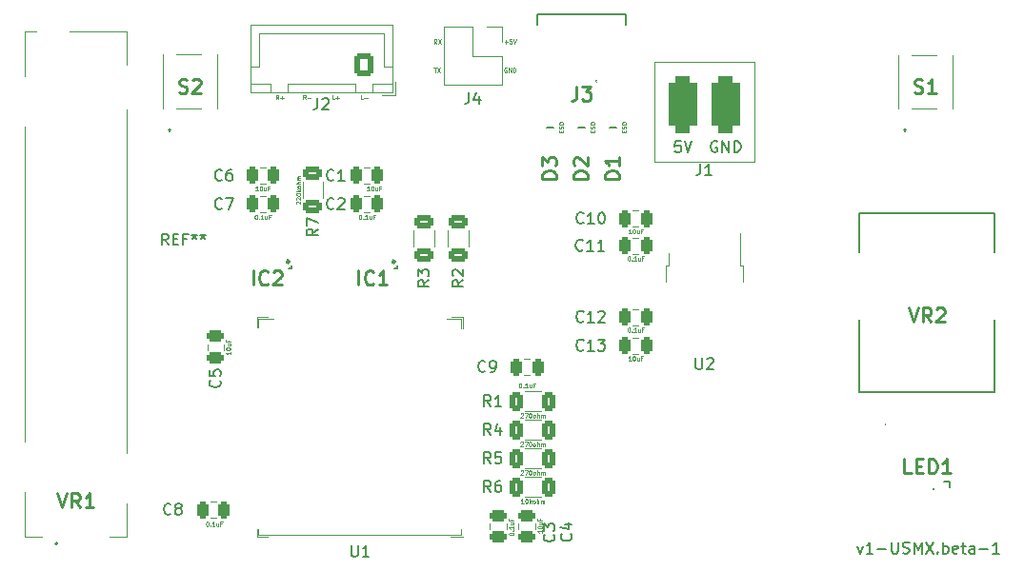
<source format=gto>
G04 #@! TF.GenerationSoftware,KiCad,Pcbnew,(6.0.9)*
G04 #@! TF.CreationDate,2023-01-08T15:26:06-05:00*
G04 #@! TF.ProjectId,v1-USMX,76312d55-534d-4582-9e6b-696361645f70,rev?*
G04 #@! TF.SameCoordinates,Original*
G04 #@! TF.FileFunction,Legend,Top*
G04 #@! TF.FilePolarity,Positive*
%FSLAX46Y46*%
G04 Gerber Fmt 4.6, Leading zero omitted, Abs format (unit mm)*
G04 Created by KiCad (PCBNEW (6.0.9)) date 2023-01-08 15:26:06*
%MOMM*%
%LPD*%
G01*
G04 APERTURE LIST*
G04 Aperture macros list*
%AMRoundRect*
0 Rectangle with rounded corners*
0 $1 Rounding radius*
0 $2 $3 $4 $5 $6 $7 $8 $9 X,Y pos of 4 corners*
0 Add a 4 corners polygon primitive as box body*
4,1,4,$2,$3,$4,$5,$6,$7,$8,$9,$2,$3,0*
0 Add four circle primitives for the rounded corners*
1,1,$1+$1,$2,$3*
1,1,$1+$1,$4,$5*
1,1,$1+$1,$6,$7*
1,1,$1+$1,$8,$9*
0 Add four rect primitives between the rounded corners*
20,1,$1+$1,$2,$3,$4,$5,0*
20,1,$1+$1,$4,$5,$6,$7,0*
20,1,$1+$1,$6,$7,$8,$9,0*
20,1,$1+$1,$8,$9,$2,$3,0*%
G04 Aperture macros list end*
%ADD10C,0.150000*%
%ADD11C,0.095250*%
%ADD12C,0.254000*%
%ADD13C,0.120000*%
%ADD14C,0.200000*%
%ADD15C,0.100000*%
%ADD16C,0.250000*%
%ADD17RoundRect,0.250000X0.250000X0.475000X-0.250000X0.475000X-0.250000X-0.475000X0.250000X-0.475000X0*%
%ADD18RoundRect,0.250000X-0.625000X0.312500X-0.625000X-0.312500X0.625000X-0.312500X0.625000X0.312500X0*%
%ADD19R,0.400000X1.350000*%
%ADD20R,2.100000X1.600000*%
%ADD21R,1.800000X1.900000*%
%ADD22R,1.900000X1.900000*%
%ADD23R,0.850000X0.300000*%
%ADD24R,0.300000X0.850000*%
%ADD25R,1.250000X1.250000*%
%ADD26R,1.500000X0.900000*%
%ADD27R,0.900000X1.500000*%
%ADD28R,0.900000X0.900000*%
%ADD29RoundRect,0.250000X0.475000X-0.250000X0.475000X0.250000X-0.475000X0.250000X-0.475000X-0.250000X0*%
%ADD30C,1.800000*%
%ADD31C,2.550000*%
%ADD32RoundRect,0.635000X0.635000X-1.905000X0.635000X1.905000X-0.635000X1.905000X-0.635000X-1.905000X0*%
%ADD33RoundRect,0.250000X-0.250000X-0.475000X0.250000X-0.475000X0.250000X0.475000X-0.250000X0.475000X0*%
%ADD34R,0.700000X1.000000*%
%ADD35C,4.400000*%
%ADD36RoundRect,0.250000X0.312500X0.625000X-0.312500X0.625000X-0.312500X-0.625000X0.312500X-0.625000X0*%
%ADD37R,0.950000X0.800000*%
%ADD38R,1.500000X1.500000*%
%ADD39C,1.500000*%
%ADD40C,4.455000*%
%ADD41RoundRect,0.250000X-0.312500X-0.625000X0.312500X-0.625000X0.312500X0.625000X-0.312500X0.625000X0*%
%ADD42RoundRect,0.250000X-0.475000X0.250000X-0.475000X-0.250000X0.475000X-0.250000X0.475000X0.250000X0*%
%ADD43R,1.200000X2.200000*%
%ADD44R,5.800000X6.400000*%
%ADD45R,1.700000X1.700000*%
%ADD46O,1.700000X1.700000*%
%ADD47RoundRect,0.250000X0.600000X0.725000X-0.600000X0.725000X-0.600000X-0.725000X0.600000X-0.725000X0*%
%ADD48O,1.700000X1.950000*%
%ADD49C,6.400000*%
%ADD50R,0.800000X1.000000*%
G04 APERTURE END LIST*
D10*
X182880000Y-121920000D02*
X182880000Y-122428000D01*
X182372000Y-121920000D02*
X182880000Y-121920000D01*
X133731000Y-102743000D02*
X133731000Y-102997000D01*
X124333000Y-102997000D02*
X124079000Y-102997000D01*
X133731000Y-102997000D02*
X133477000Y-102997000D01*
X124333000Y-102743000D02*
X124333000Y-102997000D01*
D11*
X143274142Y-82831214D02*
X143564428Y-82831214D01*
X143419285Y-82976357D02*
X143419285Y-82686071D01*
X143927285Y-82595357D02*
X143745857Y-82595357D01*
X143727714Y-82776785D01*
X143745857Y-82758642D01*
X143782142Y-82740500D01*
X143872857Y-82740500D01*
X143909142Y-82758642D01*
X143927285Y-82776785D01*
X143945428Y-82813071D01*
X143945428Y-82903785D01*
X143927285Y-82940071D01*
X143909142Y-82958214D01*
X143872857Y-82976357D01*
X143782142Y-82976357D01*
X143745857Y-82958214D01*
X143727714Y-82940071D01*
X144054285Y-82595357D02*
X144181285Y-82976357D01*
X144308285Y-82595357D01*
X151102785Y-90877571D02*
X151102785Y-90750571D01*
X151302357Y-90696142D02*
X151302357Y-90877571D01*
X150921357Y-90877571D01*
X150921357Y-90696142D01*
X151284214Y-90551000D02*
X151302357Y-90496571D01*
X151302357Y-90405857D01*
X151284214Y-90369571D01*
X151266071Y-90351428D01*
X151229785Y-90333285D01*
X151193500Y-90333285D01*
X151157214Y-90351428D01*
X151139071Y-90369571D01*
X151120928Y-90405857D01*
X151102785Y-90478428D01*
X151084642Y-90514714D01*
X151066500Y-90532857D01*
X151030214Y-90551000D01*
X150993928Y-90551000D01*
X150957642Y-90532857D01*
X150939500Y-90514714D01*
X150921357Y-90478428D01*
X150921357Y-90387714D01*
X150939500Y-90333285D01*
X151302357Y-90170000D02*
X150921357Y-90170000D01*
X150921357Y-90079285D01*
X150939500Y-90024857D01*
X150975785Y-89988571D01*
X151012071Y-89970428D01*
X151084642Y-89952285D01*
X151139071Y-89952285D01*
X151211642Y-89970428D01*
X151247928Y-89988571D01*
X151284214Y-90024857D01*
X151302357Y-90079285D01*
X151302357Y-90170000D01*
X118917357Y-110390214D02*
X118917357Y-110607928D01*
X118917357Y-110499071D02*
X118536357Y-110499071D01*
X118590785Y-110535357D01*
X118627071Y-110571642D01*
X118645214Y-110607928D01*
X118536357Y-110154357D02*
X118536357Y-110118071D01*
X118554500Y-110081785D01*
X118572642Y-110063642D01*
X118608928Y-110045500D01*
X118681500Y-110027357D01*
X118772214Y-110027357D01*
X118844785Y-110045500D01*
X118881071Y-110063642D01*
X118899214Y-110081785D01*
X118917357Y-110118071D01*
X118917357Y-110154357D01*
X118899214Y-110190642D01*
X118881071Y-110208785D01*
X118844785Y-110226928D01*
X118772214Y-110245071D01*
X118681500Y-110245071D01*
X118608928Y-110226928D01*
X118572642Y-110208785D01*
X118554500Y-110190642D01*
X118536357Y-110154357D01*
X118663357Y-109700785D02*
X118917357Y-109700785D01*
X118663357Y-109864071D02*
X118862928Y-109864071D01*
X118899214Y-109845928D01*
X118917357Y-109809642D01*
X118917357Y-109755214D01*
X118899214Y-109718928D01*
X118881071Y-109700785D01*
X118717785Y-109392357D02*
X118717785Y-109519357D01*
X118917357Y-109519357D02*
X118536357Y-109519357D01*
X118536357Y-109337928D01*
X144725571Y-120985642D02*
X144743714Y-120967500D01*
X144780000Y-120949357D01*
X144870714Y-120949357D01*
X144907000Y-120967500D01*
X144925142Y-120985642D01*
X144943285Y-121021928D01*
X144943285Y-121058214D01*
X144925142Y-121112642D01*
X144707428Y-121330357D01*
X144943285Y-121330357D01*
X145070285Y-120949357D02*
X145324285Y-120949357D01*
X145161000Y-121330357D01*
X145542000Y-120949357D02*
X145578285Y-120949357D01*
X145614571Y-120967500D01*
X145632714Y-120985642D01*
X145650857Y-121021928D01*
X145669000Y-121094500D01*
X145669000Y-121185214D01*
X145650857Y-121257785D01*
X145632714Y-121294071D01*
X145614571Y-121312214D01*
X145578285Y-121330357D01*
X145542000Y-121330357D01*
X145505714Y-121312214D01*
X145487571Y-121294071D01*
X145469428Y-121257785D01*
X145451285Y-121185214D01*
X145451285Y-121094500D01*
X145469428Y-121021928D01*
X145487571Y-120985642D01*
X145505714Y-120967500D01*
X145542000Y-120949357D01*
X145886714Y-121330357D02*
X145850428Y-121312214D01*
X145832285Y-121294071D01*
X145814142Y-121257785D01*
X145814142Y-121148928D01*
X145832285Y-121112642D01*
X145850428Y-121094500D01*
X145886714Y-121076357D01*
X145941142Y-121076357D01*
X145977428Y-121094500D01*
X145995571Y-121112642D01*
X146013714Y-121148928D01*
X146013714Y-121257785D01*
X145995571Y-121294071D01*
X145977428Y-121312214D01*
X145941142Y-121330357D01*
X145886714Y-121330357D01*
X146177000Y-121330357D02*
X146177000Y-120949357D01*
X146340285Y-121330357D02*
X146340285Y-121130785D01*
X146322142Y-121094500D01*
X146285857Y-121076357D01*
X146231428Y-121076357D01*
X146195142Y-121094500D01*
X146177000Y-121112642D01*
X146521714Y-121330357D02*
X146521714Y-121076357D01*
X146521714Y-121112642D02*
X146539857Y-121094500D01*
X146576142Y-121076357D01*
X146630571Y-121076357D01*
X146666857Y-121094500D01*
X146685000Y-121130785D01*
X146685000Y-121330357D01*
X146685000Y-121130785D02*
X146703142Y-121094500D01*
X146739428Y-121076357D01*
X146793857Y-121076357D01*
X146830142Y-121094500D01*
X146848285Y-121130785D01*
X146848285Y-121330357D01*
X130692071Y-87929357D02*
X130510642Y-87929357D01*
X130510642Y-87548357D01*
X130819071Y-87784214D02*
X131109357Y-87784214D01*
X124795642Y-97236642D02*
X124777500Y-97218500D01*
X124759357Y-97182214D01*
X124759357Y-97091500D01*
X124777500Y-97055214D01*
X124795642Y-97037071D01*
X124831928Y-97018928D01*
X124868214Y-97018928D01*
X124922642Y-97037071D01*
X125140357Y-97254785D01*
X125140357Y-97018928D01*
X124795642Y-96873785D02*
X124777500Y-96855642D01*
X124759357Y-96819357D01*
X124759357Y-96728642D01*
X124777500Y-96692357D01*
X124795642Y-96674214D01*
X124831928Y-96656071D01*
X124868214Y-96656071D01*
X124922642Y-96674214D01*
X125140357Y-96891928D01*
X125140357Y-96656071D01*
X124759357Y-96420214D02*
X124759357Y-96383928D01*
X124777500Y-96347642D01*
X124795642Y-96329500D01*
X124831928Y-96311357D01*
X124904500Y-96293214D01*
X124995214Y-96293214D01*
X125067785Y-96311357D01*
X125104071Y-96329500D01*
X125122214Y-96347642D01*
X125140357Y-96383928D01*
X125140357Y-96420214D01*
X125122214Y-96456500D01*
X125104071Y-96474642D01*
X125067785Y-96492785D01*
X124995214Y-96510928D01*
X124904500Y-96510928D01*
X124831928Y-96492785D01*
X124795642Y-96474642D01*
X124777500Y-96456500D01*
X124759357Y-96420214D01*
X125140357Y-96129928D02*
X124759357Y-96129928D01*
X124995214Y-96093642D02*
X125140357Y-95984785D01*
X124886357Y-95984785D02*
X125031500Y-96129928D01*
X125140357Y-95767071D02*
X125122214Y-95803357D01*
X125104071Y-95821500D01*
X125067785Y-95839642D01*
X124958928Y-95839642D01*
X124922642Y-95821500D01*
X124904500Y-95803357D01*
X124886357Y-95767071D01*
X124886357Y-95712642D01*
X124904500Y-95676357D01*
X124922642Y-95658214D01*
X124958928Y-95640071D01*
X125067785Y-95640071D01*
X125104071Y-95658214D01*
X125122214Y-95676357D01*
X125140357Y-95712642D01*
X125140357Y-95767071D01*
X125140357Y-95476785D02*
X124759357Y-95476785D01*
X125140357Y-95313500D02*
X124940785Y-95313500D01*
X124904500Y-95331642D01*
X124886357Y-95367928D01*
X124886357Y-95422357D01*
X124904500Y-95458642D01*
X124922642Y-95476785D01*
X125140357Y-95132071D02*
X124886357Y-95132071D01*
X124922642Y-95132071D02*
X124904500Y-95113928D01*
X124886357Y-95077642D01*
X124886357Y-95023214D01*
X124904500Y-94986928D01*
X124940785Y-94968785D01*
X125140357Y-94968785D01*
X124940785Y-94968785D02*
X124904500Y-94950642D01*
X124886357Y-94914357D01*
X124886357Y-94859928D01*
X124904500Y-94823642D01*
X124940785Y-94805500D01*
X125140357Y-94805500D01*
X128152071Y-87929357D02*
X127970642Y-87929357D01*
X127970642Y-87548357D01*
X128279071Y-87784214D02*
X128569357Y-87784214D01*
X128424214Y-87929357D02*
X128424214Y-87639071D01*
X121384785Y-96057357D02*
X121167071Y-96057357D01*
X121275928Y-96057357D02*
X121275928Y-95676357D01*
X121239642Y-95730785D01*
X121203357Y-95767071D01*
X121167071Y-95785214D01*
X121620642Y-95676357D02*
X121656928Y-95676357D01*
X121693214Y-95694500D01*
X121711357Y-95712642D01*
X121729500Y-95748928D01*
X121747642Y-95821500D01*
X121747642Y-95912214D01*
X121729500Y-95984785D01*
X121711357Y-96021071D01*
X121693214Y-96039214D01*
X121656928Y-96057357D01*
X121620642Y-96057357D01*
X121584357Y-96039214D01*
X121566214Y-96021071D01*
X121548071Y-95984785D01*
X121529928Y-95912214D01*
X121529928Y-95821500D01*
X121548071Y-95748928D01*
X121566214Y-95712642D01*
X121584357Y-95694500D01*
X121620642Y-95676357D01*
X122074214Y-95803357D02*
X122074214Y-96057357D01*
X121910928Y-95803357D02*
X121910928Y-96002928D01*
X121929071Y-96039214D01*
X121965357Y-96057357D01*
X122019785Y-96057357D01*
X122056071Y-96039214D01*
X122074214Y-96021071D01*
X122382642Y-95857785D02*
X122255642Y-95857785D01*
X122255642Y-96057357D02*
X122255642Y-95676357D01*
X122437071Y-95676357D01*
X146603357Y-126265214D02*
X146603357Y-126482928D01*
X146603357Y-126374071D02*
X146222357Y-126374071D01*
X146276785Y-126410357D01*
X146313071Y-126446642D01*
X146331214Y-126482928D01*
X146222357Y-126029357D02*
X146222357Y-125993071D01*
X146240500Y-125956785D01*
X146258642Y-125938642D01*
X146294928Y-125920500D01*
X146367500Y-125902357D01*
X146458214Y-125902357D01*
X146530785Y-125920500D01*
X146567071Y-125938642D01*
X146585214Y-125956785D01*
X146603357Y-125993071D01*
X146603357Y-126029357D01*
X146585214Y-126065642D01*
X146567071Y-126083785D01*
X146530785Y-126101928D01*
X146458214Y-126120071D01*
X146367500Y-126120071D01*
X146294928Y-126101928D01*
X146258642Y-126083785D01*
X146240500Y-126065642D01*
X146222357Y-126029357D01*
X146349357Y-125575785D02*
X146603357Y-125575785D01*
X146349357Y-125739071D02*
X146548928Y-125739071D01*
X146585214Y-125720928D01*
X146603357Y-125684642D01*
X146603357Y-125630214D01*
X146585214Y-125593928D01*
X146567071Y-125575785D01*
X146403785Y-125267357D02*
X146403785Y-125394357D01*
X146603357Y-125394357D02*
X146222357Y-125394357D01*
X146222357Y-125212928D01*
X154531785Y-111170357D02*
X154314071Y-111170357D01*
X154422928Y-111170357D02*
X154422928Y-110789357D01*
X154386642Y-110843785D01*
X154350357Y-110880071D01*
X154314071Y-110898214D01*
X154767642Y-110789357D02*
X154803928Y-110789357D01*
X154840214Y-110807500D01*
X154858357Y-110825642D01*
X154876500Y-110861928D01*
X154894642Y-110934500D01*
X154894642Y-111025214D01*
X154876500Y-111097785D01*
X154858357Y-111134071D01*
X154840214Y-111152214D01*
X154803928Y-111170357D01*
X154767642Y-111170357D01*
X154731357Y-111152214D01*
X154713214Y-111134071D01*
X154695071Y-111097785D01*
X154676928Y-111025214D01*
X154676928Y-110934500D01*
X154695071Y-110861928D01*
X154713214Y-110825642D01*
X154731357Y-110807500D01*
X154767642Y-110789357D01*
X155221214Y-110916357D02*
X155221214Y-111170357D01*
X155057928Y-110916357D02*
X155057928Y-111115928D01*
X155076071Y-111152214D01*
X155112357Y-111170357D01*
X155166785Y-111170357D01*
X155203071Y-111152214D01*
X155221214Y-111134071D01*
X155529642Y-110970785D02*
X155402642Y-110970785D01*
X155402642Y-111170357D02*
X155402642Y-110789357D01*
X155584071Y-110789357D01*
X148308785Y-90877571D02*
X148308785Y-90750571D01*
X148508357Y-90696142D02*
X148508357Y-90877571D01*
X148127357Y-90877571D01*
X148127357Y-90696142D01*
X148490214Y-90551000D02*
X148508357Y-90496571D01*
X148508357Y-90405857D01*
X148490214Y-90369571D01*
X148472071Y-90351428D01*
X148435785Y-90333285D01*
X148399500Y-90333285D01*
X148363214Y-90351428D01*
X148345071Y-90369571D01*
X148326928Y-90405857D01*
X148308785Y-90478428D01*
X148290642Y-90514714D01*
X148272500Y-90532857D01*
X148236214Y-90551000D01*
X148199928Y-90551000D01*
X148163642Y-90532857D01*
X148145500Y-90514714D01*
X148127357Y-90478428D01*
X148127357Y-90387714D01*
X148145500Y-90333285D01*
X148508357Y-90170000D02*
X148127357Y-90170000D01*
X148127357Y-90079285D01*
X148145500Y-90024857D01*
X148181785Y-89988571D01*
X148218071Y-89970428D01*
X148290642Y-89952285D01*
X148345071Y-89952285D01*
X148417642Y-89970428D01*
X148453928Y-89988571D01*
X148490214Y-90024857D01*
X148508357Y-90079285D01*
X148508357Y-90170000D01*
X137223500Y-82976357D02*
X137096500Y-82794928D01*
X137005785Y-82976357D02*
X137005785Y-82595357D01*
X137150928Y-82595357D01*
X137187214Y-82613500D01*
X137205357Y-82631642D01*
X137223500Y-82667928D01*
X137223500Y-82722357D01*
X137205357Y-82758642D01*
X137187214Y-82776785D01*
X137150928Y-82794928D01*
X137005785Y-82794928D01*
X137350500Y-82595357D02*
X137604500Y-82976357D01*
X137604500Y-82595357D02*
X137350500Y-82976357D01*
X131290785Y-96057357D02*
X131073071Y-96057357D01*
X131181928Y-96057357D02*
X131181928Y-95676357D01*
X131145642Y-95730785D01*
X131109357Y-95767071D01*
X131073071Y-95785214D01*
X131526642Y-95676357D02*
X131562928Y-95676357D01*
X131599214Y-95694500D01*
X131617357Y-95712642D01*
X131635500Y-95748928D01*
X131653642Y-95821500D01*
X131653642Y-95912214D01*
X131635500Y-95984785D01*
X131617357Y-96021071D01*
X131599214Y-96039214D01*
X131562928Y-96057357D01*
X131526642Y-96057357D01*
X131490357Y-96039214D01*
X131472214Y-96021071D01*
X131454071Y-95984785D01*
X131435928Y-95912214D01*
X131435928Y-95821500D01*
X131454071Y-95748928D01*
X131472214Y-95712642D01*
X131490357Y-95694500D01*
X131526642Y-95676357D01*
X131980214Y-95803357D02*
X131980214Y-96057357D01*
X131816928Y-95803357D02*
X131816928Y-96002928D01*
X131835071Y-96039214D01*
X131871357Y-96057357D01*
X131925785Y-96057357D01*
X131962071Y-96039214D01*
X131980214Y-96021071D01*
X132288642Y-95857785D02*
X132161642Y-95857785D01*
X132161642Y-96057357D02*
X132161642Y-95676357D01*
X132343071Y-95676357D01*
X123199071Y-87929357D02*
X123072071Y-87747928D01*
X122981357Y-87929357D02*
X122981357Y-87548357D01*
X123126500Y-87548357D01*
X123162785Y-87566500D01*
X123180928Y-87584642D01*
X123199071Y-87620928D01*
X123199071Y-87675357D01*
X123180928Y-87711642D01*
X123162785Y-87729785D01*
X123126500Y-87747928D01*
X122981357Y-87747928D01*
X123362357Y-87784214D02*
X123652642Y-87784214D01*
X123507500Y-87929357D02*
X123507500Y-87639071D01*
X130438071Y-98216357D02*
X130474357Y-98216357D01*
X130510642Y-98234500D01*
X130528785Y-98252642D01*
X130546928Y-98288928D01*
X130565071Y-98361500D01*
X130565071Y-98452214D01*
X130546928Y-98524785D01*
X130528785Y-98561071D01*
X130510642Y-98579214D01*
X130474357Y-98597357D01*
X130438071Y-98597357D01*
X130401785Y-98579214D01*
X130383642Y-98561071D01*
X130365500Y-98524785D01*
X130347357Y-98452214D01*
X130347357Y-98361500D01*
X130365500Y-98288928D01*
X130383642Y-98252642D01*
X130401785Y-98234500D01*
X130438071Y-98216357D01*
X130728357Y-98561071D02*
X130746500Y-98579214D01*
X130728357Y-98597357D01*
X130710214Y-98579214D01*
X130728357Y-98561071D01*
X130728357Y-98597357D01*
X131109357Y-98597357D02*
X130891642Y-98597357D01*
X131000500Y-98597357D02*
X131000500Y-98216357D01*
X130964214Y-98270785D01*
X130927928Y-98307071D01*
X130891642Y-98325214D01*
X131435928Y-98343357D02*
X131435928Y-98597357D01*
X131272642Y-98343357D02*
X131272642Y-98542928D01*
X131290785Y-98579214D01*
X131327071Y-98597357D01*
X131381500Y-98597357D01*
X131417785Y-98579214D01*
X131435928Y-98561071D01*
X131744357Y-98397785D02*
X131617357Y-98397785D01*
X131617357Y-98597357D02*
X131617357Y-98216357D01*
X131798785Y-98216357D01*
X144725571Y-115905642D02*
X144743714Y-115887500D01*
X144780000Y-115869357D01*
X144870714Y-115869357D01*
X144907000Y-115887500D01*
X144925142Y-115905642D01*
X144943285Y-115941928D01*
X144943285Y-115978214D01*
X144925142Y-116032642D01*
X144707428Y-116250357D01*
X144943285Y-116250357D01*
X145070285Y-115869357D02*
X145324285Y-115869357D01*
X145161000Y-116250357D01*
X145542000Y-115869357D02*
X145578285Y-115869357D01*
X145614571Y-115887500D01*
X145632714Y-115905642D01*
X145650857Y-115941928D01*
X145669000Y-116014500D01*
X145669000Y-116105214D01*
X145650857Y-116177785D01*
X145632714Y-116214071D01*
X145614571Y-116232214D01*
X145578285Y-116250357D01*
X145542000Y-116250357D01*
X145505714Y-116232214D01*
X145487571Y-116214071D01*
X145469428Y-116177785D01*
X145451285Y-116105214D01*
X145451285Y-116014500D01*
X145469428Y-115941928D01*
X145487571Y-115905642D01*
X145505714Y-115887500D01*
X145542000Y-115869357D01*
X145886714Y-116250357D02*
X145850428Y-116232214D01*
X145832285Y-116214071D01*
X145814142Y-116177785D01*
X145814142Y-116068928D01*
X145832285Y-116032642D01*
X145850428Y-116014500D01*
X145886714Y-115996357D01*
X145941142Y-115996357D01*
X145977428Y-116014500D01*
X145995571Y-116032642D01*
X146013714Y-116068928D01*
X146013714Y-116177785D01*
X145995571Y-116214071D01*
X145977428Y-116232214D01*
X145941142Y-116250357D01*
X145886714Y-116250357D01*
X146177000Y-116250357D02*
X146177000Y-115869357D01*
X146340285Y-116250357D02*
X146340285Y-116050785D01*
X146322142Y-116014500D01*
X146285857Y-115996357D01*
X146231428Y-115996357D01*
X146195142Y-116014500D01*
X146177000Y-116032642D01*
X146521714Y-116250357D02*
X146521714Y-115996357D01*
X146521714Y-116032642D02*
X146539857Y-116014500D01*
X146576142Y-115996357D01*
X146630571Y-115996357D01*
X146666857Y-116014500D01*
X146685000Y-116050785D01*
X146685000Y-116250357D01*
X146685000Y-116050785D02*
X146703142Y-116014500D01*
X146739428Y-115996357D01*
X146793857Y-115996357D01*
X146830142Y-116014500D01*
X146848285Y-116050785D01*
X146848285Y-116250357D01*
X153896785Y-90877571D02*
X153896785Y-90750571D01*
X154096357Y-90696142D02*
X154096357Y-90877571D01*
X153715357Y-90877571D01*
X153715357Y-90696142D01*
X154078214Y-90551000D02*
X154096357Y-90496571D01*
X154096357Y-90405857D01*
X154078214Y-90369571D01*
X154060071Y-90351428D01*
X154023785Y-90333285D01*
X153987500Y-90333285D01*
X153951214Y-90351428D01*
X153933071Y-90369571D01*
X153914928Y-90405857D01*
X153896785Y-90478428D01*
X153878642Y-90514714D01*
X153860500Y-90532857D01*
X153824214Y-90551000D01*
X153787928Y-90551000D01*
X153751642Y-90532857D01*
X153733500Y-90514714D01*
X153715357Y-90478428D01*
X153715357Y-90387714D01*
X153733500Y-90333285D01*
X154096357Y-90170000D02*
X153715357Y-90170000D01*
X153715357Y-90079285D01*
X153733500Y-90024857D01*
X153769785Y-89988571D01*
X153806071Y-89970428D01*
X153878642Y-89952285D01*
X153933071Y-89952285D01*
X154005642Y-89970428D01*
X154041928Y-89988571D01*
X154078214Y-90024857D01*
X154096357Y-90079285D01*
X154096357Y-90170000D01*
X144662071Y-113202357D02*
X144698357Y-113202357D01*
X144734642Y-113220500D01*
X144752785Y-113238642D01*
X144770928Y-113274928D01*
X144789071Y-113347500D01*
X144789071Y-113438214D01*
X144770928Y-113510785D01*
X144752785Y-113547071D01*
X144734642Y-113565214D01*
X144698357Y-113583357D01*
X144662071Y-113583357D01*
X144625785Y-113565214D01*
X144607642Y-113547071D01*
X144589500Y-113510785D01*
X144571357Y-113438214D01*
X144571357Y-113347500D01*
X144589500Y-113274928D01*
X144607642Y-113238642D01*
X144625785Y-113220500D01*
X144662071Y-113202357D01*
X144952357Y-113547071D02*
X144970500Y-113565214D01*
X144952357Y-113583357D01*
X144934214Y-113565214D01*
X144952357Y-113547071D01*
X144952357Y-113583357D01*
X145333357Y-113583357D02*
X145115642Y-113583357D01*
X145224500Y-113583357D02*
X145224500Y-113202357D01*
X145188214Y-113256785D01*
X145151928Y-113293071D01*
X145115642Y-113311214D01*
X145659928Y-113329357D02*
X145659928Y-113583357D01*
X145496642Y-113329357D02*
X145496642Y-113528928D01*
X145514785Y-113565214D01*
X145551071Y-113583357D01*
X145605500Y-113583357D01*
X145641785Y-113565214D01*
X145659928Y-113547071D01*
X145968357Y-113383785D02*
X145841357Y-113383785D01*
X145841357Y-113583357D02*
X145841357Y-113202357D01*
X146022785Y-113202357D01*
X116849071Y-125521357D02*
X116885357Y-125521357D01*
X116921642Y-125539500D01*
X116939785Y-125557642D01*
X116957928Y-125593928D01*
X116976071Y-125666500D01*
X116976071Y-125757214D01*
X116957928Y-125829785D01*
X116939785Y-125866071D01*
X116921642Y-125884214D01*
X116885357Y-125902357D01*
X116849071Y-125902357D01*
X116812785Y-125884214D01*
X116794642Y-125866071D01*
X116776500Y-125829785D01*
X116758357Y-125757214D01*
X116758357Y-125666500D01*
X116776500Y-125593928D01*
X116794642Y-125557642D01*
X116812785Y-125539500D01*
X116849071Y-125521357D01*
X117139357Y-125866071D02*
X117157500Y-125884214D01*
X117139357Y-125902357D01*
X117121214Y-125884214D01*
X117139357Y-125866071D01*
X117139357Y-125902357D01*
X117520357Y-125902357D02*
X117302642Y-125902357D01*
X117411500Y-125902357D02*
X117411500Y-125521357D01*
X117375214Y-125575785D01*
X117338928Y-125612071D01*
X117302642Y-125630214D01*
X117846928Y-125648357D02*
X117846928Y-125902357D01*
X117683642Y-125648357D02*
X117683642Y-125847928D01*
X117701785Y-125884214D01*
X117738071Y-125902357D01*
X117792500Y-125902357D01*
X117828785Y-125884214D01*
X117846928Y-125866071D01*
X118155357Y-125702785D02*
X118028357Y-125702785D01*
X118028357Y-125902357D02*
X118028357Y-125521357D01*
X118209785Y-125521357D01*
X144970500Y-123870357D02*
X144752785Y-123870357D01*
X144861642Y-123870357D02*
X144861642Y-123489357D01*
X144825357Y-123543785D01*
X144789071Y-123580071D01*
X144752785Y-123598214D01*
X145206357Y-123489357D02*
X145242642Y-123489357D01*
X145278928Y-123507500D01*
X145297071Y-123525642D01*
X145315214Y-123561928D01*
X145333357Y-123634500D01*
X145333357Y-123725214D01*
X145315214Y-123797785D01*
X145297071Y-123834071D01*
X145278928Y-123852214D01*
X145242642Y-123870357D01*
X145206357Y-123870357D01*
X145170071Y-123852214D01*
X145151928Y-123834071D01*
X145133785Y-123797785D01*
X145115642Y-123725214D01*
X145115642Y-123634500D01*
X145133785Y-123561928D01*
X145151928Y-123525642D01*
X145170071Y-123507500D01*
X145206357Y-123489357D01*
X145496642Y-123870357D02*
X145496642Y-123489357D01*
X145532928Y-123725214D02*
X145641785Y-123870357D01*
X145641785Y-123616357D02*
X145496642Y-123761500D01*
X145859500Y-123870357D02*
X145823214Y-123852214D01*
X145805071Y-123834071D01*
X145786928Y-123797785D01*
X145786928Y-123688928D01*
X145805071Y-123652642D01*
X145823214Y-123634500D01*
X145859500Y-123616357D01*
X145913928Y-123616357D01*
X145950214Y-123634500D01*
X145968357Y-123652642D01*
X145986500Y-123688928D01*
X145986500Y-123797785D01*
X145968357Y-123834071D01*
X145950214Y-123852214D01*
X145913928Y-123870357D01*
X145859500Y-123870357D01*
X146149785Y-123870357D02*
X146149785Y-123489357D01*
X146313071Y-123870357D02*
X146313071Y-123670785D01*
X146294928Y-123634500D01*
X146258642Y-123616357D01*
X146204214Y-123616357D01*
X146167928Y-123634500D01*
X146149785Y-123652642D01*
X146494500Y-123870357D02*
X146494500Y-123616357D01*
X146494500Y-123652642D02*
X146512642Y-123634500D01*
X146548928Y-123616357D01*
X146603357Y-123616357D01*
X146639642Y-123634500D01*
X146657785Y-123670785D01*
X146657785Y-123870357D01*
X146657785Y-123670785D02*
X146675928Y-123634500D01*
X146712214Y-123616357D01*
X146766642Y-123616357D01*
X146802928Y-123634500D01*
X146821071Y-123670785D01*
X146821071Y-123870357D01*
X121167071Y-98216357D02*
X121203357Y-98216357D01*
X121239642Y-98234500D01*
X121257785Y-98252642D01*
X121275928Y-98288928D01*
X121294071Y-98361500D01*
X121294071Y-98452214D01*
X121275928Y-98524785D01*
X121257785Y-98561071D01*
X121239642Y-98579214D01*
X121203357Y-98597357D01*
X121167071Y-98597357D01*
X121130785Y-98579214D01*
X121112642Y-98561071D01*
X121094500Y-98524785D01*
X121076357Y-98452214D01*
X121076357Y-98361500D01*
X121094500Y-98288928D01*
X121112642Y-98252642D01*
X121130785Y-98234500D01*
X121167071Y-98216357D01*
X121457357Y-98561071D02*
X121475500Y-98579214D01*
X121457357Y-98597357D01*
X121439214Y-98579214D01*
X121457357Y-98561071D01*
X121457357Y-98597357D01*
X121838357Y-98597357D02*
X121620642Y-98597357D01*
X121729500Y-98597357D02*
X121729500Y-98216357D01*
X121693214Y-98270785D01*
X121656928Y-98307071D01*
X121620642Y-98325214D01*
X122164928Y-98343357D02*
X122164928Y-98597357D01*
X122001642Y-98343357D02*
X122001642Y-98542928D01*
X122019785Y-98579214D01*
X122056071Y-98597357D01*
X122110500Y-98597357D01*
X122146785Y-98579214D01*
X122164928Y-98561071D01*
X122473357Y-98397785D02*
X122346357Y-98397785D01*
X122346357Y-98597357D02*
X122346357Y-98216357D01*
X122527785Y-98216357D01*
X154314071Y-101899357D02*
X154350357Y-101899357D01*
X154386642Y-101917500D01*
X154404785Y-101935642D01*
X154422928Y-101971928D01*
X154441071Y-102044500D01*
X154441071Y-102135214D01*
X154422928Y-102207785D01*
X154404785Y-102244071D01*
X154386642Y-102262214D01*
X154350357Y-102280357D01*
X154314071Y-102280357D01*
X154277785Y-102262214D01*
X154259642Y-102244071D01*
X154241500Y-102207785D01*
X154223357Y-102135214D01*
X154223357Y-102044500D01*
X154241500Y-101971928D01*
X154259642Y-101935642D01*
X154277785Y-101917500D01*
X154314071Y-101899357D01*
X154604357Y-102244071D02*
X154622500Y-102262214D01*
X154604357Y-102280357D01*
X154586214Y-102262214D01*
X154604357Y-102244071D01*
X154604357Y-102280357D01*
X154985357Y-102280357D02*
X154767642Y-102280357D01*
X154876500Y-102280357D02*
X154876500Y-101899357D01*
X154840214Y-101953785D01*
X154803928Y-101990071D01*
X154767642Y-102008214D01*
X155311928Y-102026357D02*
X155311928Y-102280357D01*
X155148642Y-102026357D02*
X155148642Y-102225928D01*
X155166785Y-102262214D01*
X155203071Y-102280357D01*
X155257500Y-102280357D01*
X155293785Y-102262214D01*
X155311928Y-102244071D01*
X155620357Y-102080785D02*
X155493357Y-102080785D01*
X155493357Y-102280357D02*
X155493357Y-101899357D01*
X155674785Y-101899357D01*
X143682357Y-126609928D02*
X143682357Y-126573642D01*
X143700500Y-126537357D01*
X143718642Y-126519214D01*
X143754928Y-126501071D01*
X143827500Y-126482928D01*
X143918214Y-126482928D01*
X143990785Y-126501071D01*
X144027071Y-126519214D01*
X144045214Y-126537357D01*
X144063357Y-126573642D01*
X144063357Y-126609928D01*
X144045214Y-126646214D01*
X144027071Y-126664357D01*
X143990785Y-126682500D01*
X143918214Y-126700642D01*
X143827500Y-126700642D01*
X143754928Y-126682500D01*
X143718642Y-126664357D01*
X143700500Y-126646214D01*
X143682357Y-126609928D01*
X144027071Y-126319642D02*
X144045214Y-126301500D01*
X144063357Y-126319642D01*
X144045214Y-126337785D01*
X144027071Y-126319642D01*
X144063357Y-126319642D01*
X144063357Y-125938642D02*
X144063357Y-126156357D01*
X144063357Y-126047500D02*
X143682357Y-126047500D01*
X143736785Y-126083785D01*
X143773071Y-126120071D01*
X143791214Y-126156357D01*
X143809357Y-125612071D02*
X144063357Y-125612071D01*
X143809357Y-125775357D02*
X144008928Y-125775357D01*
X144045214Y-125757214D01*
X144063357Y-125720928D01*
X144063357Y-125666500D01*
X144045214Y-125630214D01*
X144027071Y-125612071D01*
X143863785Y-125303642D02*
X143863785Y-125430642D01*
X144063357Y-125430642D02*
X143682357Y-125430642D01*
X143682357Y-125249214D01*
X136996714Y-85135357D02*
X137214428Y-85135357D01*
X137105571Y-85516357D02*
X137105571Y-85135357D01*
X137305142Y-85135357D02*
X137559142Y-85516357D01*
X137559142Y-85135357D02*
X137305142Y-85516357D01*
X154314071Y-108249357D02*
X154350357Y-108249357D01*
X154386642Y-108267500D01*
X154404785Y-108285642D01*
X154422928Y-108321928D01*
X154441071Y-108394500D01*
X154441071Y-108485214D01*
X154422928Y-108557785D01*
X154404785Y-108594071D01*
X154386642Y-108612214D01*
X154350357Y-108630357D01*
X154314071Y-108630357D01*
X154277785Y-108612214D01*
X154259642Y-108594071D01*
X154241500Y-108557785D01*
X154223357Y-108485214D01*
X154223357Y-108394500D01*
X154241500Y-108321928D01*
X154259642Y-108285642D01*
X154277785Y-108267500D01*
X154314071Y-108249357D01*
X154604357Y-108594071D02*
X154622500Y-108612214D01*
X154604357Y-108630357D01*
X154586214Y-108612214D01*
X154604357Y-108594071D01*
X154604357Y-108630357D01*
X154985357Y-108630357D02*
X154767642Y-108630357D01*
X154876500Y-108630357D02*
X154876500Y-108249357D01*
X154840214Y-108303785D01*
X154803928Y-108340071D01*
X154767642Y-108358214D01*
X155311928Y-108376357D02*
X155311928Y-108630357D01*
X155148642Y-108376357D02*
X155148642Y-108575928D01*
X155166785Y-108612214D01*
X155203071Y-108630357D01*
X155257500Y-108630357D01*
X155293785Y-108612214D01*
X155311928Y-108594071D01*
X155620357Y-108430785D02*
X155493357Y-108430785D01*
X155493357Y-108630357D02*
X155493357Y-108249357D01*
X155674785Y-108249357D01*
D10*
X174641666Y-127674714D02*
X174879761Y-128341380D01*
X175117857Y-127674714D01*
X176022619Y-128341380D02*
X175451190Y-128341380D01*
X175736904Y-128341380D02*
X175736904Y-127341380D01*
X175641666Y-127484238D01*
X175546428Y-127579476D01*
X175451190Y-127627095D01*
X176451190Y-127960428D02*
X177213095Y-127960428D01*
X177689285Y-127341380D02*
X177689285Y-128150904D01*
X177736904Y-128246142D01*
X177784523Y-128293761D01*
X177879761Y-128341380D01*
X178070238Y-128341380D01*
X178165476Y-128293761D01*
X178213095Y-128246142D01*
X178260714Y-128150904D01*
X178260714Y-127341380D01*
X178689285Y-128293761D02*
X178832142Y-128341380D01*
X179070238Y-128341380D01*
X179165476Y-128293761D01*
X179213095Y-128246142D01*
X179260714Y-128150904D01*
X179260714Y-128055666D01*
X179213095Y-127960428D01*
X179165476Y-127912809D01*
X179070238Y-127865190D01*
X178879761Y-127817571D01*
X178784523Y-127769952D01*
X178736904Y-127722333D01*
X178689285Y-127627095D01*
X178689285Y-127531857D01*
X178736904Y-127436619D01*
X178784523Y-127389000D01*
X178879761Y-127341380D01*
X179117857Y-127341380D01*
X179260714Y-127389000D01*
X179689285Y-128341380D02*
X179689285Y-127341380D01*
X180022619Y-128055666D01*
X180355952Y-127341380D01*
X180355952Y-128341380D01*
X180736904Y-127341380D02*
X181403571Y-128341380D01*
X181403571Y-127341380D02*
X180736904Y-128341380D01*
X181784523Y-128246142D02*
X181832142Y-128293761D01*
X181784523Y-128341380D01*
X181736904Y-128293761D01*
X181784523Y-128246142D01*
X181784523Y-128341380D01*
X182260714Y-128341380D02*
X182260714Y-127341380D01*
X182260714Y-127722333D02*
X182355952Y-127674714D01*
X182546428Y-127674714D01*
X182641666Y-127722333D01*
X182689285Y-127769952D01*
X182736904Y-127865190D01*
X182736904Y-128150904D01*
X182689285Y-128246142D01*
X182641666Y-128293761D01*
X182546428Y-128341380D01*
X182355952Y-128341380D01*
X182260714Y-128293761D01*
X183546428Y-128293761D02*
X183451190Y-128341380D01*
X183260714Y-128341380D01*
X183165476Y-128293761D01*
X183117857Y-128198523D01*
X183117857Y-127817571D01*
X183165476Y-127722333D01*
X183260714Y-127674714D01*
X183451190Y-127674714D01*
X183546428Y-127722333D01*
X183594047Y-127817571D01*
X183594047Y-127912809D01*
X183117857Y-128008047D01*
X183879761Y-127674714D02*
X184260714Y-127674714D01*
X184022619Y-127341380D02*
X184022619Y-128198523D01*
X184070238Y-128293761D01*
X184165476Y-128341380D01*
X184260714Y-128341380D01*
X185022619Y-128341380D02*
X185022619Y-127817571D01*
X184975000Y-127722333D01*
X184879761Y-127674714D01*
X184689285Y-127674714D01*
X184594047Y-127722333D01*
X185022619Y-128293761D02*
X184927380Y-128341380D01*
X184689285Y-128341380D01*
X184594047Y-128293761D01*
X184546428Y-128198523D01*
X184546428Y-128103285D01*
X184594047Y-128008047D01*
X184689285Y-127960428D01*
X184927380Y-127960428D01*
X185022619Y-127912809D01*
X185498809Y-127960428D02*
X186260714Y-127960428D01*
X187260714Y-128341380D02*
X186689285Y-128341380D01*
X186975000Y-128341380D02*
X186975000Y-127341380D01*
X186879761Y-127484238D01*
X186784523Y-127579476D01*
X186689285Y-127627095D01*
D11*
X143473714Y-85153500D02*
X143437428Y-85135357D01*
X143383000Y-85135357D01*
X143328571Y-85153500D01*
X143292285Y-85189785D01*
X143274142Y-85226071D01*
X143256000Y-85298642D01*
X143256000Y-85353071D01*
X143274142Y-85425642D01*
X143292285Y-85461928D01*
X143328571Y-85498214D01*
X143383000Y-85516357D01*
X143419285Y-85516357D01*
X143473714Y-85498214D01*
X143491857Y-85480071D01*
X143491857Y-85353071D01*
X143419285Y-85353071D01*
X143655142Y-85516357D02*
X143655142Y-85135357D01*
X143872857Y-85516357D01*
X143872857Y-85135357D01*
X144054285Y-85516357D02*
X144054285Y-85135357D01*
X144145000Y-85135357D01*
X144199428Y-85153500D01*
X144235714Y-85189785D01*
X144253857Y-85226071D01*
X144272000Y-85298642D01*
X144272000Y-85353071D01*
X144253857Y-85425642D01*
X144235714Y-85461928D01*
X144199428Y-85498214D01*
X144145000Y-85516357D01*
X144054285Y-85516357D01*
X154531785Y-99867357D02*
X154314071Y-99867357D01*
X154422928Y-99867357D02*
X154422928Y-99486357D01*
X154386642Y-99540785D01*
X154350357Y-99577071D01*
X154314071Y-99595214D01*
X154767642Y-99486357D02*
X154803928Y-99486357D01*
X154840214Y-99504500D01*
X154858357Y-99522642D01*
X154876500Y-99558928D01*
X154894642Y-99631500D01*
X154894642Y-99722214D01*
X154876500Y-99794785D01*
X154858357Y-99831071D01*
X154840214Y-99849214D01*
X154803928Y-99867357D01*
X154767642Y-99867357D01*
X154731357Y-99849214D01*
X154713214Y-99831071D01*
X154695071Y-99794785D01*
X154676928Y-99722214D01*
X154676928Y-99631500D01*
X154695071Y-99558928D01*
X154713214Y-99522642D01*
X154731357Y-99504500D01*
X154767642Y-99486357D01*
X155221214Y-99613357D02*
X155221214Y-99867357D01*
X155057928Y-99613357D02*
X155057928Y-99812928D01*
X155076071Y-99849214D01*
X155112357Y-99867357D01*
X155166785Y-99867357D01*
X155203071Y-99849214D01*
X155221214Y-99831071D01*
X155529642Y-99667785D02*
X155402642Y-99667785D01*
X155402642Y-99867357D02*
X155402642Y-99486357D01*
X155584071Y-99486357D01*
X144703571Y-118445642D02*
X144721714Y-118427500D01*
X144758000Y-118409357D01*
X144848714Y-118409357D01*
X144885000Y-118427500D01*
X144903142Y-118445642D01*
X144921285Y-118481928D01*
X144921285Y-118518214D01*
X144903142Y-118572642D01*
X144685428Y-118790357D01*
X144921285Y-118790357D01*
X145048285Y-118409357D02*
X145302285Y-118409357D01*
X145139000Y-118790357D01*
X145520000Y-118409357D02*
X145556285Y-118409357D01*
X145592571Y-118427500D01*
X145610714Y-118445642D01*
X145628857Y-118481928D01*
X145647000Y-118554500D01*
X145647000Y-118645214D01*
X145628857Y-118717785D01*
X145610714Y-118754071D01*
X145592571Y-118772214D01*
X145556285Y-118790357D01*
X145520000Y-118790357D01*
X145483714Y-118772214D01*
X145465571Y-118754071D01*
X145447428Y-118717785D01*
X145429285Y-118645214D01*
X145429285Y-118554500D01*
X145447428Y-118481928D01*
X145465571Y-118445642D01*
X145483714Y-118427500D01*
X145520000Y-118409357D01*
X145864714Y-118790357D02*
X145828428Y-118772214D01*
X145810285Y-118754071D01*
X145792142Y-118717785D01*
X145792142Y-118608928D01*
X145810285Y-118572642D01*
X145828428Y-118554500D01*
X145864714Y-118536357D01*
X145919142Y-118536357D01*
X145955428Y-118554500D01*
X145973571Y-118572642D01*
X145991714Y-118608928D01*
X145991714Y-118717785D01*
X145973571Y-118754071D01*
X145955428Y-118772214D01*
X145919142Y-118790357D01*
X145864714Y-118790357D01*
X146155000Y-118790357D02*
X146155000Y-118409357D01*
X146318285Y-118790357D02*
X146318285Y-118590785D01*
X146300142Y-118554500D01*
X146263857Y-118536357D01*
X146209428Y-118536357D01*
X146173142Y-118554500D01*
X146155000Y-118572642D01*
X146499714Y-118790357D02*
X146499714Y-118536357D01*
X146499714Y-118572642D02*
X146517857Y-118554500D01*
X146554142Y-118536357D01*
X146608571Y-118536357D01*
X146644857Y-118554500D01*
X146663000Y-118590785D01*
X146663000Y-118790357D01*
X146663000Y-118590785D02*
X146681142Y-118554500D01*
X146717428Y-118536357D01*
X146771857Y-118536357D01*
X146808142Y-118554500D01*
X146826285Y-118590785D01*
X146826285Y-118790357D01*
X125612071Y-87929357D02*
X125485071Y-87747928D01*
X125394357Y-87929357D02*
X125394357Y-87548357D01*
X125539500Y-87548357D01*
X125575785Y-87566500D01*
X125593928Y-87584642D01*
X125612071Y-87620928D01*
X125612071Y-87675357D01*
X125593928Y-87711642D01*
X125575785Y-87729785D01*
X125539500Y-87747928D01*
X125394357Y-87747928D01*
X125775357Y-87784214D02*
X126065642Y-87784214D01*
D10*
X150233142Y-101322142D02*
X150185523Y-101369761D01*
X150042666Y-101417380D01*
X149947428Y-101417380D01*
X149804571Y-101369761D01*
X149709333Y-101274523D01*
X149661714Y-101179285D01*
X149614095Y-100988809D01*
X149614095Y-100845952D01*
X149661714Y-100655476D01*
X149709333Y-100560238D01*
X149804571Y-100465000D01*
X149947428Y-100417380D01*
X150042666Y-100417380D01*
X150185523Y-100465000D01*
X150233142Y-100512619D01*
X151185523Y-101417380D02*
X150614095Y-101417380D01*
X150899809Y-101417380D02*
X150899809Y-100417380D01*
X150804571Y-100560238D01*
X150709333Y-100655476D01*
X150614095Y-100703095D01*
X152137904Y-101417380D02*
X151566476Y-101417380D01*
X151852190Y-101417380D02*
X151852190Y-100417380D01*
X151756952Y-100560238D01*
X151661714Y-100655476D01*
X151566476Y-100703095D01*
X126690380Y-99480666D02*
X126214190Y-99814000D01*
X126690380Y-100052095D02*
X125690380Y-100052095D01*
X125690380Y-99671142D01*
X125738000Y-99575904D01*
X125785619Y-99528285D01*
X125880857Y-99480666D01*
X126023714Y-99480666D01*
X126118952Y-99528285D01*
X126166571Y-99575904D01*
X126214190Y-99671142D01*
X126214190Y-100052095D01*
X125690380Y-99147333D02*
X125690380Y-98480666D01*
X126690380Y-98909238D01*
D12*
X149680666Y-86782123D02*
X149680666Y-87689266D01*
X149620190Y-87870695D01*
X149499238Y-87991647D01*
X149317809Y-88052123D01*
X149196857Y-88052123D01*
X150164476Y-86782123D02*
X150950666Y-86782123D01*
X150527333Y-87265933D01*
X150708761Y-87265933D01*
X150829714Y-87326409D01*
X150890190Y-87386885D01*
X150950666Y-87507838D01*
X150950666Y-87810219D01*
X150890190Y-87931171D01*
X150829714Y-87991647D01*
X150708761Y-88052123D01*
X150345904Y-88052123D01*
X150224952Y-87991647D01*
X150164476Y-87931171D01*
X130310238Y-104440523D02*
X130310238Y-103170523D01*
X131640714Y-104319571D02*
X131580238Y-104380047D01*
X131398809Y-104440523D01*
X131277857Y-104440523D01*
X131096428Y-104380047D01*
X130975476Y-104259095D01*
X130915000Y-104138142D01*
X130854523Y-103896238D01*
X130854523Y-103714809D01*
X130915000Y-103472904D01*
X130975476Y-103351952D01*
X131096428Y-103231000D01*
X131277857Y-103170523D01*
X131398809Y-103170523D01*
X131580238Y-103231000D01*
X131640714Y-103291476D01*
X132850238Y-104440523D02*
X132124523Y-104440523D01*
X132487380Y-104440523D02*
X132487380Y-103170523D01*
X132366428Y-103351952D01*
X132245476Y-103472904D01*
X132124523Y-103533380D01*
D10*
X129658095Y-127618380D02*
X129658095Y-128427904D01*
X129705714Y-128523142D01*
X129753333Y-128570761D01*
X129848571Y-128618380D01*
X130039047Y-128618380D01*
X130134285Y-128570761D01*
X130181904Y-128523142D01*
X130229523Y-128427904D01*
X130229523Y-127618380D01*
X131229523Y-128618380D02*
X130658095Y-128618380D01*
X130943809Y-128618380D02*
X130943809Y-127618380D01*
X130848571Y-127761238D01*
X130753333Y-127856476D01*
X130658095Y-127904095D01*
X117959142Y-112942666D02*
X118006761Y-112990285D01*
X118054380Y-113133142D01*
X118054380Y-113228380D01*
X118006761Y-113371238D01*
X117911523Y-113466476D01*
X117816285Y-113514095D01*
X117625809Y-113561714D01*
X117482952Y-113561714D01*
X117292476Y-113514095D01*
X117197238Y-113466476D01*
X117102000Y-113371238D01*
X117054380Y-113228380D01*
X117054380Y-113133142D01*
X117102000Y-112990285D01*
X117149619Y-112942666D01*
X117054380Y-112037904D02*
X117054380Y-112514095D01*
X117530571Y-112561714D01*
X117482952Y-112514095D01*
X117435333Y-112418857D01*
X117435333Y-112180761D01*
X117482952Y-112085523D01*
X117530571Y-112037904D01*
X117625809Y-111990285D01*
X117863904Y-111990285D01*
X117959142Y-112037904D01*
X118006761Y-112085523D01*
X118054380Y-112180761D01*
X118054380Y-112418857D01*
X118006761Y-112514095D01*
X117959142Y-112561714D01*
X150299142Y-110212142D02*
X150251523Y-110259761D01*
X150108666Y-110307380D01*
X150013428Y-110307380D01*
X149870571Y-110259761D01*
X149775333Y-110164523D01*
X149727714Y-110069285D01*
X149680095Y-109878809D01*
X149680095Y-109735952D01*
X149727714Y-109545476D01*
X149775333Y-109450238D01*
X149870571Y-109355000D01*
X150013428Y-109307380D01*
X150108666Y-109307380D01*
X150251523Y-109355000D01*
X150299142Y-109402619D01*
X151251523Y-110307380D02*
X150680095Y-110307380D01*
X150965809Y-110307380D02*
X150965809Y-109307380D01*
X150870571Y-109450238D01*
X150775333Y-109545476D01*
X150680095Y-109593095D01*
X151584857Y-109307380D02*
X152203904Y-109307380D01*
X151870571Y-109688333D01*
X152013428Y-109688333D01*
X152108666Y-109735952D01*
X152156285Y-109783571D01*
X152203904Y-109878809D01*
X152203904Y-110116904D01*
X152156285Y-110212142D01*
X152108666Y-110259761D01*
X152013428Y-110307380D01*
X151727714Y-110307380D01*
X151632476Y-110259761D01*
X151584857Y-110212142D01*
X136574380Y-104032666D02*
X136098190Y-104366000D01*
X136574380Y-104604095D02*
X135574380Y-104604095D01*
X135574380Y-104223142D01*
X135622000Y-104127904D01*
X135669619Y-104080285D01*
X135764857Y-104032666D01*
X135907714Y-104032666D01*
X136002952Y-104080285D01*
X136050571Y-104127904D01*
X136098190Y-104223142D01*
X136098190Y-104604095D01*
X135574380Y-103699333D02*
X135574380Y-103080285D01*
X135955333Y-103413619D01*
X135955333Y-103270761D01*
X136002952Y-103175523D01*
X136050571Y-103127904D01*
X136145809Y-103080285D01*
X136383904Y-103080285D01*
X136479142Y-103127904D01*
X136526761Y-103175523D01*
X136574380Y-103270761D01*
X136574380Y-103556476D01*
X136526761Y-103651714D01*
X136479142Y-103699333D01*
D12*
X103543704Y-123002523D02*
X103967038Y-124272523D01*
X104390371Y-123002523D01*
X105539419Y-124272523D02*
X105116085Y-123667761D01*
X104813704Y-124272523D02*
X104813704Y-123002523D01*
X105297514Y-123002523D01*
X105418466Y-123063000D01*
X105478942Y-123123476D01*
X105539419Y-123244428D01*
X105539419Y-123425857D01*
X105478942Y-123546809D01*
X105418466Y-123607285D01*
X105297514Y-123667761D01*
X104813704Y-123667761D01*
X106748942Y-124272523D02*
X106023228Y-124272523D01*
X106386085Y-124272523D02*
X106386085Y-123002523D01*
X106265133Y-123183952D01*
X106144180Y-123304904D01*
X106023228Y-123365380D01*
D10*
X160702666Y-93686380D02*
X160702666Y-94400666D01*
X160655047Y-94543523D01*
X160559809Y-94638761D01*
X160416952Y-94686380D01*
X160321714Y-94686380D01*
X161702666Y-94686380D02*
X161131238Y-94686380D01*
X161416952Y-94686380D02*
X161416952Y-93686380D01*
X161321714Y-93829238D01*
X161226476Y-93924476D01*
X161131238Y-93972095D01*
X162179095Y-91702000D02*
X162083857Y-91654380D01*
X161941000Y-91654380D01*
X161798142Y-91702000D01*
X161702904Y-91797238D01*
X161655285Y-91892476D01*
X161607666Y-92082952D01*
X161607666Y-92225809D01*
X161655285Y-92416285D01*
X161702904Y-92511523D01*
X161798142Y-92606761D01*
X161941000Y-92654380D01*
X162036238Y-92654380D01*
X162179095Y-92606761D01*
X162226714Y-92559142D01*
X162226714Y-92225809D01*
X162036238Y-92225809D01*
X162655285Y-92654380D02*
X162655285Y-91654380D01*
X163226714Y-92654380D01*
X163226714Y-91654380D01*
X163702904Y-92654380D02*
X163702904Y-91654380D01*
X163941000Y-91654380D01*
X164083857Y-91702000D01*
X164179095Y-91797238D01*
X164226714Y-91892476D01*
X164274333Y-92082952D01*
X164274333Y-92225809D01*
X164226714Y-92416285D01*
X164179095Y-92511523D01*
X164083857Y-92606761D01*
X163941000Y-92654380D01*
X163702904Y-92654380D01*
X158940523Y-91654380D02*
X158464333Y-91654380D01*
X158416714Y-92130571D01*
X158464333Y-92082952D01*
X158559571Y-92035333D01*
X158797666Y-92035333D01*
X158892904Y-92082952D01*
X158940523Y-92130571D01*
X158988142Y-92225809D01*
X158988142Y-92463904D01*
X158940523Y-92559142D01*
X158892904Y-92606761D01*
X158797666Y-92654380D01*
X158559571Y-92654380D01*
X158464333Y-92606761D01*
X158416714Y-92559142D01*
X159273857Y-91654380D02*
X159607190Y-92654380D01*
X159940523Y-91654380D01*
X150299142Y-107672142D02*
X150251523Y-107719761D01*
X150108666Y-107767380D01*
X150013428Y-107767380D01*
X149870571Y-107719761D01*
X149775333Y-107624523D01*
X149727714Y-107529285D01*
X149680095Y-107338809D01*
X149680095Y-107195952D01*
X149727714Y-107005476D01*
X149775333Y-106910238D01*
X149870571Y-106815000D01*
X150013428Y-106767380D01*
X150108666Y-106767380D01*
X150251523Y-106815000D01*
X150299142Y-106862619D01*
X151251523Y-107767380D02*
X150680095Y-107767380D01*
X150965809Y-107767380D02*
X150965809Y-106767380D01*
X150870571Y-106910238D01*
X150775333Y-107005476D01*
X150680095Y-107053095D01*
X151632476Y-106862619D02*
X151680095Y-106815000D01*
X151775333Y-106767380D01*
X152013428Y-106767380D01*
X152108666Y-106815000D01*
X152156285Y-106862619D01*
X152203904Y-106957857D01*
X152203904Y-107053095D01*
X152156285Y-107195952D01*
X151584857Y-107767380D01*
X152203904Y-107767380D01*
X139622380Y-104032666D02*
X139146190Y-104366000D01*
X139622380Y-104604095D02*
X138622380Y-104604095D01*
X138622380Y-104223142D01*
X138670000Y-104127904D01*
X138717619Y-104080285D01*
X138812857Y-104032666D01*
X138955714Y-104032666D01*
X139050952Y-104080285D01*
X139098571Y-104127904D01*
X139146190Y-104223142D01*
X139146190Y-104604095D01*
X138717619Y-103651714D02*
X138670000Y-103604095D01*
X138622380Y-103508857D01*
X138622380Y-103270761D01*
X138670000Y-103175523D01*
X138717619Y-103127904D01*
X138812857Y-103080285D01*
X138908095Y-103080285D01*
X139050952Y-103127904D01*
X139622380Y-103699333D01*
X139622380Y-103080285D01*
X128103333Y-97639142D02*
X128055714Y-97686761D01*
X127912857Y-97734380D01*
X127817619Y-97734380D01*
X127674761Y-97686761D01*
X127579523Y-97591523D01*
X127531904Y-97496285D01*
X127484285Y-97305809D01*
X127484285Y-97162952D01*
X127531904Y-96972476D01*
X127579523Y-96877238D01*
X127674761Y-96782000D01*
X127817619Y-96734380D01*
X127912857Y-96734380D01*
X128055714Y-96782000D01*
X128103333Y-96829619D01*
X128484285Y-96829619D02*
X128531904Y-96782000D01*
X128627142Y-96734380D01*
X128865238Y-96734380D01*
X128960476Y-96782000D01*
X129008095Y-96829619D01*
X129055714Y-96924857D01*
X129055714Y-97020095D01*
X129008095Y-97162952D01*
X128436666Y-97734380D01*
X129055714Y-97734380D01*
D12*
X114348380Y-87324047D02*
X114529809Y-87384523D01*
X114832190Y-87384523D01*
X114953142Y-87324047D01*
X115013619Y-87263571D01*
X115074095Y-87142619D01*
X115074095Y-87021666D01*
X115013619Y-86900714D01*
X114953142Y-86840238D01*
X114832190Y-86779761D01*
X114590285Y-86719285D01*
X114469333Y-86658809D01*
X114408857Y-86598333D01*
X114348380Y-86477380D01*
X114348380Y-86356428D01*
X114408857Y-86235476D01*
X114469333Y-86175000D01*
X114590285Y-86114523D01*
X114892666Y-86114523D01*
X115074095Y-86175000D01*
X115557904Y-86235476D02*
X115618380Y-86175000D01*
X115739333Y-86114523D01*
X116041714Y-86114523D01*
X116162666Y-86175000D01*
X116223142Y-86235476D01*
X116283619Y-86356428D01*
X116283619Y-86477380D01*
X116223142Y-86658809D01*
X115497428Y-87384523D01*
X116283619Y-87384523D01*
D10*
X113625333Y-124817142D02*
X113577714Y-124864761D01*
X113434857Y-124912380D01*
X113339619Y-124912380D01*
X113196761Y-124864761D01*
X113101523Y-124769523D01*
X113053904Y-124674285D01*
X113006285Y-124483809D01*
X113006285Y-124340952D01*
X113053904Y-124150476D01*
X113101523Y-124055238D01*
X113196761Y-123960000D01*
X113339619Y-123912380D01*
X113434857Y-123912380D01*
X113577714Y-123960000D01*
X113625333Y-124007619D01*
X114196761Y-124340952D02*
X114101523Y-124293333D01*
X114053904Y-124245714D01*
X114006285Y-124150476D01*
X114006285Y-124102857D01*
X114053904Y-124007619D01*
X114101523Y-123960000D01*
X114196761Y-123912380D01*
X114387238Y-123912380D01*
X114482476Y-123960000D01*
X114530095Y-124007619D01*
X114577714Y-124102857D01*
X114577714Y-124150476D01*
X114530095Y-124245714D01*
X114482476Y-124293333D01*
X114387238Y-124340952D01*
X114196761Y-124340952D01*
X114101523Y-124388571D01*
X114053904Y-124436190D01*
X114006285Y-124531428D01*
X114006285Y-124721904D01*
X114053904Y-124817142D01*
X114101523Y-124864761D01*
X114196761Y-124912380D01*
X114387238Y-124912380D01*
X114482476Y-124864761D01*
X114530095Y-124817142D01*
X114577714Y-124721904D01*
X114577714Y-124531428D01*
X114530095Y-124436190D01*
X114482476Y-124388571D01*
X114387238Y-124340952D01*
X118150333Y-95079142D02*
X118102714Y-95126761D01*
X117959857Y-95174380D01*
X117864619Y-95174380D01*
X117721761Y-95126761D01*
X117626523Y-95031523D01*
X117578904Y-94936285D01*
X117531285Y-94745809D01*
X117531285Y-94602952D01*
X117578904Y-94412476D01*
X117626523Y-94317238D01*
X117721761Y-94222000D01*
X117864619Y-94174380D01*
X117959857Y-94174380D01*
X118102714Y-94222000D01*
X118150333Y-94269619D01*
X119007476Y-94174380D02*
X118817000Y-94174380D01*
X118721761Y-94222000D01*
X118674142Y-94269619D01*
X118578904Y-94412476D01*
X118531285Y-94602952D01*
X118531285Y-94983904D01*
X118578904Y-95079142D01*
X118626523Y-95126761D01*
X118721761Y-95174380D01*
X118912238Y-95174380D01*
X119007476Y-95126761D01*
X119055095Y-95079142D01*
X119102714Y-94983904D01*
X119102714Y-94745809D01*
X119055095Y-94650571D01*
X119007476Y-94602952D01*
X118912238Y-94555333D01*
X118721761Y-94555333D01*
X118626523Y-94602952D01*
X118578904Y-94650571D01*
X118531285Y-94745809D01*
D12*
X179707380Y-87339047D02*
X179888809Y-87399523D01*
X180191190Y-87399523D01*
X180312142Y-87339047D01*
X180372619Y-87278571D01*
X180433095Y-87157619D01*
X180433095Y-87036666D01*
X180372619Y-86915714D01*
X180312142Y-86855238D01*
X180191190Y-86794761D01*
X179949285Y-86734285D01*
X179828333Y-86673809D01*
X179767857Y-86613333D01*
X179707380Y-86492380D01*
X179707380Y-86371428D01*
X179767857Y-86250476D01*
X179828333Y-86190000D01*
X179949285Y-86129523D01*
X180251666Y-86129523D01*
X180433095Y-86190000D01*
X181642619Y-87399523D02*
X180916904Y-87399523D01*
X181279761Y-87399523D02*
X181279761Y-86129523D01*
X181158809Y-86310952D01*
X181037857Y-86431904D01*
X180916904Y-86492380D01*
X120916238Y-104440523D02*
X120916238Y-103170523D01*
X122246714Y-104319571D02*
X122186238Y-104380047D01*
X122004809Y-104440523D01*
X121883857Y-104440523D01*
X121702428Y-104380047D01*
X121581476Y-104259095D01*
X121521000Y-104138142D01*
X121460523Y-103896238D01*
X121460523Y-103714809D01*
X121521000Y-103472904D01*
X121581476Y-103351952D01*
X121702428Y-103231000D01*
X121883857Y-103170523D01*
X122004809Y-103170523D01*
X122186238Y-103231000D01*
X122246714Y-103291476D01*
X122730523Y-103291476D02*
X122791000Y-103231000D01*
X122911952Y-103170523D01*
X123214333Y-103170523D01*
X123335285Y-103231000D01*
X123395761Y-103291476D01*
X123456238Y-103412428D01*
X123456238Y-103533380D01*
X123395761Y-103714809D01*
X122670047Y-104440523D01*
X123456238Y-104440523D01*
D10*
X142051333Y-122880380D02*
X141718000Y-122404190D01*
X141479904Y-122880380D02*
X141479904Y-121880380D01*
X141860857Y-121880380D01*
X141956095Y-121928000D01*
X142003714Y-121975619D01*
X142051333Y-122070857D01*
X142051333Y-122213714D01*
X142003714Y-122308952D01*
X141956095Y-122356571D01*
X141860857Y-122404190D01*
X141479904Y-122404190D01*
X142908476Y-121880380D02*
X142718000Y-121880380D01*
X142622761Y-121928000D01*
X142575142Y-121975619D01*
X142479904Y-122118476D01*
X142432285Y-122308952D01*
X142432285Y-122689904D01*
X142479904Y-122785142D01*
X142527523Y-122832761D01*
X142622761Y-122880380D01*
X142813238Y-122880380D01*
X142908476Y-122832761D01*
X142956095Y-122785142D01*
X143003714Y-122689904D01*
X143003714Y-122451809D01*
X142956095Y-122356571D01*
X142908476Y-122308952D01*
X142813238Y-122261333D01*
X142622761Y-122261333D01*
X142527523Y-122308952D01*
X142479904Y-122356571D01*
X142432285Y-122451809D01*
D12*
X147894523Y-95025380D02*
X146624523Y-95025380D01*
X146624523Y-94723000D01*
X146685000Y-94541571D01*
X146805952Y-94420619D01*
X146926904Y-94360142D01*
X147168809Y-94299666D01*
X147350238Y-94299666D01*
X147592142Y-94360142D01*
X147713095Y-94420619D01*
X147834047Y-94541571D01*
X147894523Y-94723000D01*
X147894523Y-95025380D01*
X146624523Y-93876333D02*
X146624523Y-93090142D01*
X147108333Y-93513476D01*
X147108333Y-93332047D01*
X147168809Y-93211095D01*
X147229285Y-93150619D01*
X147350238Y-93090142D01*
X147652619Y-93090142D01*
X147773571Y-93150619D01*
X147834047Y-93211095D01*
X147894523Y-93332047D01*
X147894523Y-93694904D01*
X147834047Y-93815857D01*
X147773571Y-93876333D01*
D10*
X118150333Y-97619142D02*
X118102714Y-97666761D01*
X117959857Y-97714380D01*
X117864619Y-97714380D01*
X117721761Y-97666761D01*
X117626523Y-97571523D01*
X117578904Y-97476285D01*
X117531285Y-97285809D01*
X117531285Y-97142952D01*
X117578904Y-96952476D01*
X117626523Y-96857238D01*
X117721761Y-96762000D01*
X117864619Y-96714380D01*
X117959857Y-96714380D01*
X118102714Y-96762000D01*
X118150333Y-96809619D01*
X118483666Y-96714380D02*
X119150333Y-96714380D01*
X118721761Y-97714380D01*
D12*
X179184904Y-106492523D02*
X179608238Y-107762523D01*
X180031571Y-106492523D01*
X181180619Y-107762523D02*
X180757285Y-107157761D01*
X180454904Y-107762523D02*
X180454904Y-106492523D01*
X180938714Y-106492523D01*
X181059666Y-106553000D01*
X181120142Y-106613476D01*
X181180619Y-106734428D01*
X181180619Y-106915857D01*
X181120142Y-107036809D01*
X181059666Y-107097285D01*
X180938714Y-107157761D01*
X180454904Y-107157761D01*
X181664428Y-106613476D02*
X181724904Y-106553000D01*
X181845857Y-106492523D01*
X182148238Y-106492523D01*
X182269190Y-106553000D01*
X182329666Y-106613476D01*
X182390142Y-106734428D01*
X182390142Y-106855380D01*
X182329666Y-107036809D01*
X181603952Y-107762523D01*
X182390142Y-107762523D01*
D10*
X142051333Y-117800380D02*
X141718000Y-117324190D01*
X141479904Y-117800380D02*
X141479904Y-116800380D01*
X141860857Y-116800380D01*
X141956095Y-116848000D01*
X142003714Y-116895619D01*
X142051333Y-116990857D01*
X142051333Y-117133714D01*
X142003714Y-117228952D01*
X141956095Y-117276571D01*
X141860857Y-117324190D01*
X141479904Y-117324190D01*
X142908476Y-117133714D02*
X142908476Y-117800380D01*
X142670380Y-116752761D02*
X142432285Y-117467047D01*
X143051333Y-117467047D01*
X149179142Y-126592666D02*
X149226761Y-126640285D01*
X149274380Y-126783142D01*
X149274380Y-126878380D01*
X149226761Y-127021238D01*
X149131523Y-127116476D01*
X149036285Y-127164095D01*
X148845809Y-127211714D01*
X148702952Y-127211714D01*
X148512476Y-127164095D01*
X148417238Y-127116476D01*
X148322000Y-127021238D01*
X148274380Y-126878380D01*
X148274380Y-126783142D01*
X148322000Y-126640285D01*
X148369619Y-126592666D01*
X148607714Y-125735523D02*
X149274380Y-125735523D01*
X148226761Y-125973619D02*
X148941047Y-126211714D01*
X148941047Y-125592666D01*
X160274095Y-110958380D02*
X160274095Y-111767904D01*
X160321714Y-111863142D01*
X160369333Y-111910761D01*
X160464571Y-111958380D01*
X160655047Y-111958380D01*
X160750285Y-111910761D01*
X160797904Y-111863142D01*
X160845523Y-111767904D01*
X160845523Y-110958380D01*
X161274095Y-111053619D02*
X161321714Y-111006000D01*
X161416952Y-110958380D01*
X161655047Y-110958380D01*
X161750285Y-111006000D01*
X161797904Y-111053619D01*
X161845523Y-111148857D01*
X161845523Y-111244095D01*
X161797904Y-111386952D01*
X161226476Y-111958380D01*
X161845523Y-111958380D01*
X140128666Y-87336380D02*
X140128666Y-88050666D01*
X140081047Y-88193523D01*
X139985809Y-88288761D01*
X139842952Y-88336380D01*
X139747714Y-88336380D01*
X141033428Y-87669714D02*
X141033428Y-88336380D01*
X140795333Y-87288761D02*
X140557238Y-88003047D01*
X141176285Y-88003047D01*
D12*
X153482523Y-95025380D02*
X152212523Y-95025380D01*
X152212523Y-94723000D01*
X152273000Y-94541571D01*
X152393952Y-94420619D01*
X152514904Y-94360142D01*
X152756809Y-94299666D01*
X152938238Y-94299666D01*
X153180142Y-94360142D01*
X153301095Y-94420619D01*
X153422047Y-94541571D01*
X153482523Y-94723000D01*
X153482523Y-95025380D01*
X153482523Y-93090142D02*
X153482523Y-93815857D01*
X153482523Y-93453000D02*
X152212523Y-93453000D01*
X152393952Y-93573952D01*
X152514904Y-93694904D01*
X152575380Y-93815857D01*
D10*
X128103333Y-95099142D02*
X128055714Y-95146761D01*
X127912857Y-95194380D01*
X127817619Y-95194380D01*
X127674761Y-95146761D01*
X127579523Y-95051523D01*
X127531904Y-94956285D01*
X127484285Y-94765809D01*
X127484285Y-94622952D01*
X127531904Y-94432476D01*
X127579523Y-94337238D01*
X127674761Y-94242000D01*
X127817619Y-94194380D01*
X127912857Y-94194380D01*
X128055714Y-94242000D01*
X128103333Y-94289619D01*
X129055714Y-95194380D02*
X128484285Y-95194380D01*
X128770000Y-95194380D02*
X128770000Y-94194380D01*
X128674761Y-94337238D01*
X128579523Y-94432476D01*
X128484285Y-94480095D01*
X141565333Y-112117142D02*
X141517714Y-112164761D01*
X141374857Y-112212380D01*
X141279619Y-112212380D01*
X141136761Y-112164761D01*
X141041523Y-112069523D01*
X140993904Y-111974285D01*
X140946285Y-111783809D01*
X140946285Y-111640952D01*
X140993904Y-111450476D01*
X141041523Y-111355238D01*
X141136761Y-111260000D01*
X141279619Y-111212380D01*
X141374857Y-111212380D01*
X141517714Y-111260000D01*
X141565333Y-111307619D01*
X142041523Y-112212380D02*
X142232000Y-112212380D01*
X142327238Y-112164761D01*
X142374857Y-112117142D01*
X142470095Y-111974285D01*
X142517714Y-111783809D01*
X142517714Y-111402857D01*
X142470095Y-111307619D01*
X142422476Y-111260000D01*
X142327238Y-111212380D01*
X142136761Y-111212380D01*
X142041523Y-111260000D01*
X141993904Y-111307619D01*
X141946285Y-111402857D01*
X141946285Y-111640952D01*
X141993904Y-111736190D01*
X142041523Y-111783809D01*
X142136761Y-111831428D01*
X142327238Y-111831428D01*
X142422476Y-111783809D01*
X142470095Y-111736190D01*
X142517714Y-111640952D01*
X126666666Y-87844380D02*
X126666666Y-88558666D01*
X126619047Y-88701523D01*
X126523809Y-88796761D01*
X126380952Y-88844380D01*
X126285714Y-88844380D01*
X127095238Y-87939619D02*
X127142857Y-87892000D01*
X127238095Y-87844380D01*
X127476190Y-87844380D01*
X127571428Y-87892000D01*
X127619047Y-87939619D01*
X127666666Y-88034857D01*
X127666666Y-88130095D01*
X127619047Y-88272952D01*
X127047619Y-88844380D01*
X127666666Y-88844380D01*
X113391386Y-100900380D02*
X113058053Y-100424190D01*
X112819958Y-100900380D02*
X112819958Y-99900380D01*
X113200910Y-99900380D01*
X113296148Y-99948000D01*
X113343767Y-99995619D01*
X113391386Y-100090857D01*
X113391386Y-100233714D01*
X113343767Y-100328952D01*
X113296148Y-100376571D01*
X113200910Y-100424190D01*
X112819958Y-100424190D01*
X113819958Y-100376571D02*
X114153291Y-100376571D01*
X114296148Y-100900380D02*
X113819958Y-100900380D01*
X113819958Y-99900380D01*
X114296148Y-99900380D01*
X115058053Y-100376571D02*
X114724720Y-100376571D01*
X114724720Y-100900380D02*
X114724720Y-99900380D01*
X115200910Y-99900380D01*
X115724720Y-99900380D02*
X115724720Y-100138476D01*
X115486624Y-100043238D02*
X115724720Y-100138476D01*
X115962815Y-100043238D01*
X115581862Y-100328952D02*
X115724720Y-100138476D01*
X115867577Y-100328952D01*
X116486624Y-99900380D02*
X116486624Y-100138476D01*
X116248529Y-100043238D02*
X116486624Y-100138476D01*
X116724720Y-100043238D01*
X116343767Y-100328952D02*
X116486624Y-100138476D01*
X116629481Y-100328952D01*
X147655142Y-126658666D02*
X147702761Y-126706285D01*
X147750380Y-126849142D01*
X147750380Y-126944380D01*
X147702761Y-127087238D01*
X147607523Y-127182476D01*
X147512285Y-127230095D01*
X147321809Y-127277714D01*
X147178952Y-127277714D01*
X146988476Y-127230095D01*
X146893238Y-127182476D01*
X146798000Y-127087238D01*
X146750380Y-126944380D01*
X146750380Y-126849142D01*
X146798000Y-126706285D01*
X146845619Y-126658666D01*
X146750380Y-126325333D02*
X146750380Y-125706285D01*
X147131333Y-126039619D01*
X147131333Y-125896761D01*
X147178952Y-125801523D01*
X147226571Y-125753904D01*
X147321809Y-125706285D01*
X147559904Y-125706285D01*
X147655142Y-125753904D01*
X147702761Y-125801523D01*
X147750380Y-125896761D01*
X147750380Y-126182476D01*
X147702761Y-126277714D01*
X147655142Y-126325333D01*
X142051333Y-115260380D02*
X141718000Y-114784190D01*
X141479904Y-115260380D02*
X141479904Y-114260380D01*
X141860857Y-114260380D01*
X141956095Y-114308000D01*
X142003714Y-114355619D01*
X142051333Y-114450857D01*
X142051333Y-114593714D01*
X142003714Y-114688952D01*
X141956095Y-114736571D01*
X141860857Y-114784190D01*
X141479904Y-114784190D01*
X143003714Y-115260380D02*
X142432285Y-115260380D01*
X142718000Y-115260380D02*
X142718000Y-114260380D01*
X142622761Y-114403238D01*
X142527523Y-114498476D01*
X142432285Y-114546095D01*
X150299142Y-98909142D02*
X150251523Y-98956761D01*
X150108666Y-99004380D01*
X150013428Y-99004380D01*
X149870571Y-98956761D01*
X149775333Y-98861523D01*
X149727714Y-98766285D01*
X149680095Y-98575809D01*
X149680095Y-98432952D01*
X149727714Y-98242476D01*
X149775333Y-98147238D01*
X149870571Y-98052000D01*
X150013428Y-98004380D01*
X150108666Y-98004380D01*
X150251523Y-98052000D01*
X150299142Y-98099619D01*
X151251523Y-99004380D02*
X150680095Y-99004380D01*
X150965809Y-99004380D02*
X150965809Y-98004380D01*
X150870571Y-98147238D01*
X150775333Y-98242476D01*
X150680095Y-98290095D01*
X151870571Y-98004380D02*
X151965809Y-98004380D01*
X152061047Y-98052000D01*
X152108666Y-98099619D01*
X152156285Y-98194857D01*
X152203904Y-98385333D01*
X152203904Y-98623428D01*
X152156285Y-98813904D01*
X152108666Y-98909142D01*
X152061047Y-98956761D01*
X151965809Y-99004380D01*
X151870571Y-99004380D01*
X151775333Y-98956761D01*
X151727714Y-98909142D01*
X151680095Y-98813904D01*
X151632476Y-98623428D01*
X151632476Y-98385333D01*
X151680095Y-98194857D01*
X151727714Y-98099619D01*
X151775333Y-98052000D01*
X151870571Y-98004380D01*
D12*
X150678523Y-95025380D02*
X149408523Y-95025380D01*
X149408523Y-94723000D01*
X149469000Y-94541571D01*
X149589952Y-94420619D01*
X149710904Y-94360142D01*
X149952809Y-94299666D01*
X150134238Y-94299666D01*
X150376142Y-94360142D01*
X150497095Y-94420619D01*
X150618047Y-94541571D01*
X150678523Y-94723000D01*
X150678523Y-95025380D01*
X149529476Y-93815857D02*
X149469000Y-93755380D01*
X149408523Y-93634428D01*
X149408523Y-93332047D01*
X149469000Y-93211095D01*
X149529476Y-93150619D01*
X149650428Y-93090142D01*
X149771380Y-93090142D01*
X149952809Y-93150619D01*
X150678523Y-93876333D01*
X150678523Y-93090142D01*
D10*
X142051333Y-120340380D02*
X141718000Y-119864190D01*
X141479904Y-120340380D02*
X141479904Y-119340380D01*
X141860857Y-119340380D01*
X141956095Y-119388000D01*
X142003714Y-119435619D01*
X142051333Y-119530857D01*
X142051333Y-119673714D01*
X142003714Y-119768952D01*
X141956095Y-119816571D01*
X141860857Y-119864190D01*
X141479904Y-119864190D01*
X142956095Y-119340380D02*
X142479904Y-119340380D01*
X142432285Y-119816571D01*
X142479904Y-119768952D01*
X142575142Y-119721333D01*
X142813238Y-119721333D01*
X142908476Y-119768952D01*
X142956095Y-119816571D01*
X143003714Y-119911809D01*
X143003714Y-120149904D01*
X142956095Y-120245142D01*
X142908476Y-120292761D01*
X142813238Y-120340380D01*
X142575142Y-120340380D01*
X142479904Y-120292761D01*
X142432285Y-120245142D01*
D12*
X179426809Y-121224523D02*
X178822047Y-121224523D01*
X178822047Y-119954523D01*
X179850142Y-120559285D02*
X180273476Y-120559285D01*
X180454904Y-121224523D02*
X179850142Y-121224523D01*
X179850142Y-119954523D01*
X180454904Y-119954523D01*
X180999190Y-121224523D02*
X180999190Y-119954523D01*
X181301571Y-119954523D01*
X181483000Y-120015000D01*
X181603952Y-120135952D01*
X181664428Y-120256904D01*
X181724904Y-120498809D01*
X181724904Y-120680238D01*
X181664428Y-120922142D01*
X181603952Y-121043095D01*
X181483000Y-121164047D01*
X181301571Y-121224523D01*
X180999190Y-121224523D01*
X182934428Y-121224523D02*
X182208714Y-121224523D01*
X182571571Y-121224523D02*
X182571571Y-119954523D01*
X182450619Y-120135952D01*
X182329666Y-120256904D01*
X182208714Y-120317380D01*
D13*
X155201252Y-101700000D02*
X154678748Y-101700000D01*
X155201252Y-100230000D02*
X154678748Y-100230000D01*
X125328000Y-95284936D02*
X125328000Y-96739064D01*
X127148000Y-95284936D02*
X127148000Y-96739064D01*
D14*
X146174000Y-80380600D02*
X146174000Y-81345600D01*
D15*
X151404000Y-86345600D02*
X151404000Y-86345600D01*
D14*
X154034000Y-80380600D02*
X146174000Y-80380600D01*
X154034000Y-81345600D02*
X154034000Y-80380600D01*
D15*
X151404000Y-86245600D02*
X151404000Y-86245600D01*
X151404000Y-86245600D02*
G75*
G03*
X151404000Y-86345600I0J-50000D01*
G01*
X151404000Y-86345600D02*
G75*
G03*
X151404000Y-86245600I0J50000D01*
G01*
D16*
X133550000Y-102384000D02*
G75*
G03*
X133550000Y-102384000I-125000J0D01*
G01*
D13*
X121420000Y-126666000D02*
X121420000Y-126166000D01*
X139420000Y-126666000D02*
X139420000Y-126166000D01*
X139570000Y-107316000D02*
X139570000Y-108316000D01*
X121270000Y-107316000D02*
X122270000Y-107316000D01*
X139420000Y-108316000D02*
X139420000Y-107466000D01*
X121420000Y-126666000D02*
X139420000Y-126666000D01*
X121270000Y-126166000D02*
X121270000Y-126816000D01*
X121420000Y-107466000D02*
X122770000Y-107466000D01*
X121270000Y-126816000D02*
X122270000Y-126816000D01*
X139620000Y-126816000D02*
X138520000Y-126816000D01*
X139570000Y-107316000D02*
X138570000Y-107316000D01*
X139420000Y-107466000D02*
X138120000Y-107466000D01*
X121420000Y-108216000D02*
X121420000Y-107466000D01*
X121270000Y-108216000D02*
X121270000Y-107316000D01*
X116867000Y-110243252D02*
X116867000Y-109720748D01*
X118337000Y-110243252D02*
X118337000Y-109720748D01*
X155201252Y-110590000D02*
X154678748Y-110590000D01*
X155201252Y-109120000D02*
X154678748Y-109120000D01*
X135212000Y-99582936D02*
X135212000Y-101037064D01*
X137032000Y-99582936D02*
X137032000Y-101037064D01*
D14*
X103356000Y-127473000D02*
X103356000Y-127473000D01*
D15*
X100656000Y-81873000D02*
X101656000Y-81873000D01*
X109656000Y-119373000D02*
X109656000Y-88873000D01*
X108156000Y-126873000D02*
X109656000Y-126873000D01*
X100656000Y-122873000D02*
X100656000Y-126873000D01*
X109656000Y-81873000D02*
X104656000Y-81873000D01*
D14*
X103556000Y-127473000D02*
X103556000Y-127473000D01*
D15*
X100656000Y-85873000D02*
X100656000Y-81873000D01*
X100656000Y-118373000D02*
X100656000Y-90373000D01*
X109656000Y-126873000D02*
X109656000Y-123873000D01*
X109656000Y-84873000D02*
X109656000Y-81873000D01*
X100656000Y-126873000D02*
X102156000Y-126873000D01*
D14*
X103356000Y-127473000D02*
G75*
G03*
X103556000Y-127473000I100000J0D01*
G01*
X103556000Y-127473000D02*
G75*
G03*
X103356000Y-127473000I-100000J0D01*
G01*
D13*
X156591000Y-84582000D02*
X165481000Y-84582000D01*
X165481000Y-84582000D02*
X165481000Y-93472000D01*
X165481000Y-93472000D02*
X156591000Y-93472000D01*
X156591000Y-93472000D02*
X156591000Y-84582000D01*
X155201252Y-108050000D02*
X154678748Y-108050000D01*
X155201252Y-106580000D02*
X154678748Y-106580000D01*
X138260000Y-99582936D02*
X138260000Y-101037064D01*
X140080000Y-99582936D02*
X140080000Y-101037064D01*
X130780748Y-96527000D02*
X131303252Y-96527000D01*
X130780748Y-97997000D02*
X131303252Y-97997000D01*
D15*
X114116000Y-83960000D02*
X116316000Y-83960000D01*
X117716000Y-88760000D02*
X117716000Y-83960000D01*
D14*
X113516000Y-90760000D02*
X113516000Y-90760000D01*
D15*
X112916000Y-88760000D02*
X112916000Y-83960000D01*
X114116000Y-88760000D02*
X116316000Y-88760000D01*
D14*
X113516000Y-90560000D02*
X113516000Y-90560000D01*
X113516000Y-90560000D02*
G75*
G03*
X113516000Y-90760000I0J-100000D01*
G01*
X113516000Y-90760000D02*
G75*
G03*
X113516000Y-90560000I0J100000D01*
G01*
D13*
X117653252Y-123725000D02*
X117130748Y-123725000D01*
X117653252Y-125195000D02*
X117130748Y-125195000D01*
X122068252Y-93987000D02*
X121545748Y-93987000D01*
X122068252Y-95457000D02*
X121545748Y-95457000D01*
D15*
X179475000Y-88775000D02*
X181675000Y-88775000D01*
X183075000Y-88775000D02*
X183075000Y-83975000D01*
X179475000Y-83975000D02*
X181675000Y-83975000D01*
X178275000Y-88775000D02*
X178275000Y-83975000D01*
D14*
X178875000Y-90575000D02*
X178875000Y-90575000D01*
X178875000Y-90775000D02*
X178875000Y-90775000D01*
X178875000Y-90575000D02*
G75*
G03*
X178875000Y-90775000I0J-100000D01*
G01*
X178875000Y-90775000D02*
G75*
G03*
X178875000Y-90575000I0J100000D01*
G01*
D16*
X124156000Y-102384000D02*
G75*
G03*
X124156000Y-102384000I-125000J0D01*
G01*
D13*
X146501064Y-121518000D02*
X145046936Y-121518000D01*
X146501064Y-123338000D02*
X145046936Y-123338000D01*
D14*
X147620000Y-90424000D02*
X147020000Y-90424000D01*
D13*
X122068252Y-97997000D02*
X121545748Y-97997000D01*
X122068252Y-96527000D02*
X121545748Y-96527000D01*
D14*
X174848000Y-107563000D02*
X174848000Y-113963000D01*
X174848000Y-98063000D02*
X186848000Y-98063000D01*
X186848000Y-98063000D02*
X186848000Y-101563000D01*
X174848000Y-113963000D02*
X186848000Y-113963000D01*
D15*
X177098000Y-116763000D02*
X177098000Y-116763000D01*
D14*
X174848000Y-101563000D02*
X174848000Y-98063000D01*
X186848000Y-113963000D02*
X186848000Y-107563000D01*
D15*
X177098000Y-116863000D02*
X177098000Y-116863000D01*
X177098000Y-116863000D02*
G75*
G03*
X177098000Y-116763000I0J50000D01*
G01*
X177098000Y-116763000D02*
G75*
G03*
X177098000Y-116863000I0J-50000D01*
G01*
D13*
X145046936Y-116438000D02*
X146501064Y-116438000D01*
X145046936Y-118258000D02*
X146501064Y-118258000D01*
X144531000Y-125656748D02*
X144531000Y-126179252D01*
X146001000Y-125656748D02*
X146001000Y-126179252D01*
X164486000Y-102686000D02*
X164216000Y-102686000D01*
X164486000Y-104186000D02*
X164486000Y-102686000D01*
X157586000Y-104186000D02*
X157586000Y-102686000D01*
X164216000Y-102686000D02*
X164216000Y-99856000D01*
X157586000Y-102686000D02*
X157856000Y-102686000D01*
X157856000Y-102686000D02*
X157856000Y-101586000D01*
X140462000Y-84074000D02*
X143062000Y-84074000D01*
X137862000Y-81474000D02*
X137862000Y-86674000D01*
X140462000Y-81474000D02*
X137862000Y-81474000D01*
X143062000Y-86674000D02*
X137862000Y-86674000D01*
X141732000Y-81474000D02*
X143062000Y-81474000D01*
X143062000Y-84074000D02*
X143062000Y-86674000D01*
X140462000Y-81474000D02*
X140462000Y-84074000D01*
X143062000Y-81474000D02*
X143062000Y-82804000D01*
D14*
X153208000Y-90424000D02*
X152608000Y-90424000D01*
D13*
X130780748Y-93987000D02*
X131303252Y-93987000D01*
X130780748Y-95457000D02*
X131303252Y-95457000D01*
X145549252Y-112495000D02*
X145026748Y-112495000D01*
X145549252Y-111025000D02*
X145026748Y-111025000D01*
X133300000Y-87303000D02*
X133300000Y-86553000D01*
X131500000Y-87303000D02*
X133300000Y-87303000D01*
X122500000Y-86553000D02*
X120700000Y-86553000D01*
X133310000Y-87313000D02*
X133310000Y-81343000D01*
X122500000Y-87303000D02*
X122500000Y-86553000D01*
X120700000Y-85053000D02*
X121450000Y-85053000D01*
X124000000Y-86553000D02*
X124000000Y-87303000D01*
X131500000Y-86553000D02*
X131500000Y-87303000D01*
X133300000Y-85053000D02*
X132550000Y-85053000D01*
X121450000Y-85053000D02*
X121450000Y-82103000D01*
X120690000Y-87313000D02*
X133310000Y-87313000D01*
X132350000Y-87603000D02*
X133600000Y-87603000D01*
X133600000Y-87603000D02*
X133600000Y-86353000D01*
X133310000Y-81343000D02*
X120690000Y-81343000D01*
X120690000Y-81343000D02*
X120690000Y-87313000D01*
X130000000Y-87303000D02*
X130000000Y-86553000D01*
X124000000Y-87303000D02*
X130000000Y-87303000D01*
X132550000Y-82103000D02*
X127000000Y-82103000D01*
X121450000Y-82103000D02*
X127000000Y-82103000D01*
X120700000Y-87303000D02*
X122500000Y-87303000D01*
X132550000Y-85053000D02*
X132550000Y-82103000D01*
X130000000Y-86553000D02*
X124000000Y-86553000D01*
X120700000Y-86553000D02*
X120700000Y-87303000D01*
X133300000Y-86553000D02*
X131500000Y-86553000D01*
X141991000Y-125656748D02*
X141991000Y-126179252D01*
X143461000Y-125656748D02*
X143461000Y-126179252D01*
X145046936Y-113898000D02*
X146501064Y-113898000D01*
X145046936Y-115718000D02*
X146501064Y-115718000D01*
X155201252Y-97817000D02*
X154678748Y-97817000D01*
X155201252Y-99287000D02*
X154678748Y-99287000D01*
D14*
X150404000Y-90424000D02*
X149804000Y-90424000D01*
D13*
X145046936Y-118978000D02*
X146501064Y-118978000D01*
X145046936Y-120798000D02*
X146501064Y-120798000D01*
D15*
X181348000Y-122606000D02*
X181348000Y-122606000D01*
X181448000Y-122606000D02*
X181448000Y-122606000D01*
X181348000Y-122606000D02*
G75*
G03*
X181448000Y-122606000I50000J0D01*
G01*
X181448000Y-122606000D02*
G75*
G03*
X181348000Y-122606000I-50000J0D01*
G01*
%LPC*%
D17*
X155890000Y-100965000D03*
X153990000Y-100965000D03*
D18*
X126238000Y-94549500D03*
X126238000Y-97474500D03*
D19*
X151404000Y-85205600D03*
X150754000Y-85205600D03*
X150104000Y-85205600D03*
X149454000Y-85205600D03*
X148804000Y-85205600D03*
D20*
X153204000Y-85080600D03*
X147004000Y-85080600D03*
D21*
X153904000Y-82530600D03*
X146304000Y-82530600D03*
D22*
X151304000Y-82530600D03*
X148904000Y-82530600D03*
D23*
X133000000Y-101634000D03*
X133000000Y-101134000D03*
X133000000Y-100634000D03*
X133000000Y-100134000D03*
D24*
X132300000Y-99434000D03*
X131800000Y-99434000D03*
X131300000Y-99434000D03*
X130800000Y-99434000D03*
D23*
X130100000Y-100134000D03*
X130100000Y-100634000D03*
X130100000Y-101134000D03*
X130100000Y-101634000D03*
D24*
X130800000Y-102334000D03*
X131300000Y-102334000D03*
X131800000Y-102334000D03*
X132300000Y-102334000D03*
D25*
X131550000Y-100884000D03*
D26*
X139170000Y-125476000D03*
X139170000Y-124206000D03*
X139170000Y-122936000D03*
X139170000Y-121666000D03*
X139170000Y-120396000D03*
X139170000Y-119126000D03*
X139170000Y-117856000D03*
X139170000Y-116586000D03*
X139170000Y-115316000D03*
X139170000Y-114046000D03*
X139170000Y-112776000D03*
X139170000Y-111506000D03*
X139170000Y-110236000D03*
X139170000Y-108966000D03*
D27*
X137405000Y-107716000D03*
X136135000Y-107716000D03*
X134865000Y-107716000D03*
X133595000Y-107716000D03*
X132325000Y-107716000D03*
X131055000Y-107716000D03*
X129785000Y-107716000D03*
X128515000Y-107716000D03*
X127245000Y-107716000D03*
X125975000Y-107716000D03*
X124705000Y-107716000D03*
X123435000Y-107716000D03*
D26*
X121670000Y-108966000D03*
X121670000Y-110236000D03*
X121670000Y-111506000D03*
X121670000Y-112776000D03*
X121670000Y-114046000D03*
X121670000Y-115316000D03*
X121670000Y-116586000D03*
X121670000Y-117856000D03*
X121670000Y-119126000D03*
X121670000Y-120396000D03*
X121670000Y-121666000D03*
X121670000Y-122936000D03*
X121670000Y-124206000D03*
X121670000Y-125476000D03*
D28*
X131920000Y-117756000D03*
X133320000Y-116356000D03*
X130520000Y-119156000D03*
X130520000Y-116356000D03*
X130520000Y-117756000D03*
X133320000Y-119156000D03*
X131920000Y-116356000D03*
X131920000Y-119156000D03*
X133320000Y-117756000D03*
D29*
X117602000Y-110932000D03*
X117602000Y-109032000D03*
D17*
X155890000Y-109855000D03*
X153990000Y-109855000D03*
D18*
X136122000Y-98847500D03*
X136122000Y-101772500D03*
D30*
X103406000Y-126123000D03*
X106906000Y-126123000D03*
X103406000Y-82623000D03*
D31*
X100956000Y-120773000D03*
X100956000Y-87973000D03*
X109356000Y-121973000D03*
X109356000Y-86773000D03*
D32*
X159131000Y-88392000D03*
X162941000Y-88392000D03*
D17*
X155890000Y-107315000D03*
X153990000Y-107315000D03*
D18*
X139170000Y-98847500D03*
X139170000Y-101772500D03*
D33*
X130092000Y-97262000D03*
X131992000Y-97262000D03*
D34*
X113466000Y-89360000D03*
X113466000Y-83360000D03*
X117166000Y-89360000D03*
X117166000Y-83360000D03*
D17*
X118342000Y-124460000D03*
X116442000Y-124460000D03*
X122757000Y-94722000D03*
X120857000Y-94722000D03*
D35*
X170180000Y-83413600D03*
D34*
X178825000Y-89375000D03*
X178825000Y-83375000D03*
X182525000Y-89375000D03*
X182525000Y-83375000D03*
D23*
X123606000Y-101634000D03*
X123606000Y-101134000D03*
X123606000Y-100634000D03*
X123606000Y-100134000D03*
D24*
X122906000Y-99434000D03*
X122406000Y-99434000D03*
X121906000Y-99434000D03*
X121406000Y-99434000D03*
D23*
X120706000Y-100134000D03*
X120706000Y-100634000D03*
X120706000Y-101134000D03*
X120706000Y-101634000D03*
D24*
X121406000Y-102334000D03*
X121906000Y-102334000D03*
X122406000Y-102334000D03*
X122906000Y-102334000D03*
D25*
X122156000Y-100884000D03*
D36*
X147236500Y-122428000D03*
X144311500Y-122428000D03*
D37*
X147320000Y-89624000D03*
X147320000Y-91224000D03*
D17*
X122757000Y-97262000D03*
X120857000Y-97262000D03*
D38*
X177098000Y-115563000D03*
D39*
X179598000Y-115563000D03*
X182098000Y-115563000D03*
X184598000Y-115563000D03*
D40*
X175048000Y-104563000D03*
X186648000Y-104563000D03*
D41*
X144311500Y-117348000D03*
X147236500Y-117348000D03*
D42*
X145266000Y-124968000D03*
X145266000Y-126868000D03*
D43*
X163316000Y-100956000D03*
D44*
X161036000Y-107256000D03*
D43*
X158756000Y-100956000D03*
D45*
X141732000Y-82804000D03*
D46*
X141732000Y-85344000D03*
X139192000Y-82804000D03*
X139192000Y-85344000D03*
D37*
X152908000Y-89624000D03*
X152908000Y-91224000D03*
D33*
X130092000Y-94722000D03*
X131992000Y-94722000D03*
D17*
X146238000Y-111760000D03*
X144338000Y-111760000D03*
D47*
X130750000Y-84853000D03*
D48*
X128250000Y-84853000D03*
X125750000Y-84853000D03*
X123250000Y-84853000D03*
D49*
X114724720Y-104648000D03*
D42*
X142726000Y-124968000D03*
X142726000Y-126868000D03*
D41*
X144311500Y-114808000D03*
X147236500Y-114808000D03*
D17*
X155890000Y-98552000D03*
X153990000Y-98552000D03*
D37*
X150104000Y-89624000D03*
X150104000Y-91224000D03*
D41*
X144311500Y-119888000D03*
X147236500Y-119888000D03*
D50*
X181398000Y-123456000D03*
X181398000Y-124956000D03*
X180298000Y-124956000D03*
X180298000Y-123456000D03*
M02*

</source>
